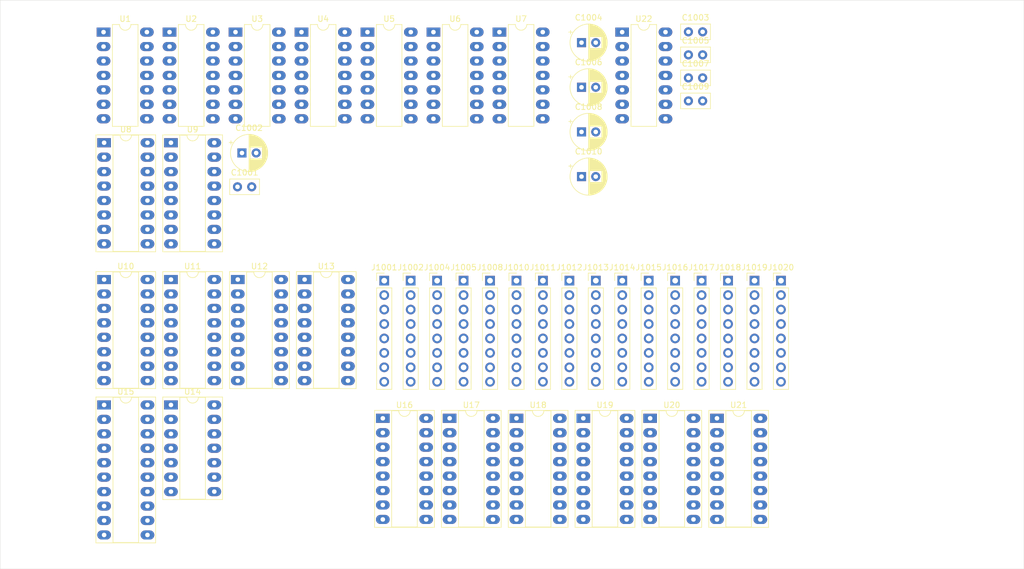
<source format=kicad_pcb>
(kicad_pcb (version 20240108) (generator "pcbnew") (generator_version "8.0")
  (layers (0 "F.Cu" signal) (31 "B.Cu" signal) (34 "B.Paste" user) (35 "F.Paste" user) (36 "B.SilkS" user "B.Silkscreen") (37 "F.SilkS" user "F.Silkscreen") (38 "B.Mask" user) (39 "F.Mask" user) (44 "Edge.Cuts" user))
  (net 0 "")
  (net 1 "+5V")
  (net 2 "GND")
  (net 3 "DB4")
  (net 4 "DB2")
  (net 5 "DB7")
  (net 6 "DB5")
  (net 7 "DB0")
  (net 8 "DB1")
  (net 9 "DB3")
  (net 10 "DB6")
  (net 11 "IB4")
  (net 12 "IB7")
  (net 13 "IB1")
  (net 14 "IB6")
  (net 15 "IB3")
  (net 16 "IB5")
  (net 17 "IB2")
  (net 18 "IB0")
  (net 19 "MISO")
  (net 20 "SCLK")
  (net 21 "~{IRQ}")
  (net 22 "~{RES_DIRTY}")
  (net 23 "FETCH")
  (net 24 "MOSI")
  (net 25 "~{RES}")
  (net 26 "RES")
  (net 27 "xM_pre")
  (net 28 "Lx_pre")
  (net 29 "xL_pre")
  (net 30 "~{SUBR}")
  (net 31 "Mx_pre")
  (net 32 "Nx_pre_clean")
  (net 33 "xW_pre")
  (net 34 "EXIT")
  (net 35 "DPH")
  (net 36 "PH1")
  (net 37 "~{PH3}")
  (net 38 "~{PH0}")
  (net 39 "PH0")
  (net 40 "~{DPH}")
  (net 41 "GETPUT")
  (net 42 "~{RCOPY}")
  (net 43 "~{TRAP}")
  (net 44 "SCROUNGE")
  (net 45 "PUT")
  (net 46 "~{CLOSE}")
  (net 47 "GET")
  (net 48 "FREE")
  (net 49 "NZFLAG_R")
  (net 50 "xA_CARRY_OUT")
  (net 51 "NZFLAG_I")
  (net 52 "PH2")
  (net 53 "IPH")
  (net 54 "~{xA_CARRY}")
  (net 55 "JUMP")
  (net 56 "ZFLAG_R")
  (net 57 "HI3")
  (net 58 "HI6")
  (net 59 "HI0")
  (net 60 "HI4")
  (net 61 "HI7")
  (net 62 "HI1")
  (net 63 "HI2")
  (net 64 "HI5")
  (net 65 "O5")
  (net 66 "O3")
  (net 67 "O4")
  (net 68 "O1")
  (net 69 "O0")
  (net 70 "O7")
  (net 71 "O2")
  (net 72 "O6")
  (net 73 "PC6")
  (net 74 "PC2")
  (net 75 "PC3")
  (net 76 "PC5")
  (net 77 "PC1")
  (net 78 "PC4")
  (net 79 "PC7")
  (net 80 "PC0")
  (net 81 "~{xM}")
  (net 82 "~{xD}")
  (net 83 "~{xI}")
  (net 84 "~{xR}")
  (net 85 "~{xS}")
  (net 86 "~{xP}")
  (net 87 "~{xL}")
  (net 88 "~{xO}")
  (net 89 "xW")
  (net 90 "xB")
  (net 91 "xJ")
  (net 92 "xE")
  (net 93 "xT")
  (net 94 "xA")
  (net 95 "xF")
  (net 96 "xC")
  (net 97 "~{Ix}")
  (net 98 "~{Mx}")
  (net 99 "~{Lx}")
  (net 100 "~{Sx}")
  (net 101 "~{Dx}")
  (net 102 "~{Px}")
  (net 103 "~{Rx}")
  (net 104 "~{Nx}")
  (net 105 "~{opc_FIX}")
  (net 106 "~{opc_PAIR}")
  (net 108 "~{opc_DIRO}")
  (net 109 "~{opc_TRAP}")
  (net 110 "~{opc_SYS}")
  (net 112 "~{opc_ALU}")
  (net 113 "~{COR}")
  (net 114 "~{SCL}")
  (net 115 "~{SSO}")
  (net 116 "~{NOP}")
  (net 117 "~{OWN}")
  (net 118 "~{SCH}")
  (net 119 "~{SSI}")
  (net 120 "~{RET}")
  (net 121 "~{GETR}")
  (net 122 "~{GETD}")
  (net 123 "~{PUTO}")
  (net 124 "~{GETO}")
  (net 125 "~{GETI}")
  (net 126 "~{PUTI}")
  (net 127 "~{PUTR}")
  (net 128 "~{PUTD}")
  (net 129 "Net-(U1-Pad6)")
  (net 130 "Net-(U1-Pad3)")
  (net 131 "Net-(U2-Pad2)")
  (net 132 "Net-(U2-Pad6)")
  (net 133 "Net-(U4A-Q)")
  (net 134 "Net-(U2-Pad11)")
  (net 135 "Net-(U8-~{LOAD})")
  (net 136 "CLOSE")
  (net 137 "Net-(U2-Pad8)")
  (net 143 "SUBR")
  (net 144 "Net-(U5-Pad3)")
  (net 145 "Net-(U15-OE)")
  (net 146 "PUTI")
  (net 147 "LFETCH")
  (net 148 "Ix")
  (net 149 "Net-(U8-UP)")
  (net 150 "Net-(U12-~{LOAD})")
  (net 151 "PH3")
  (net 155 "Net-(U8-CLR)")
  (net 156 "xI")
  (net 157 "GETI")
  (net 160 "JIN3")
  (net 161 "JIN0")
  (net 162 "Net-(U8-~{CO})")
  (net 163 "JIN1")
  (net 164 "JIN2")
  (net 166 "JIN6")
  (net 168 "JIN4")
  (net 169 "JIN5")
  (net 170 "JIN7")
  (net 172 "Net-(U10-Za)")
  (net 173 "Net-(U10-Zc)")
  (net 174 "Net-(U10-Zb)")
  (net 175 "Net-(U10-Zd)")
  (net 176 "Net-(U11-Zb)")
  (net 177 "Net-(U11-Za)")
  (net 178 "Net-(U11-Zd)")
  (net 179 "Net-(U11-Zc)")
  (net 180 "I3")
  (net 181 "I2")
  (net 182 "/I Register/~{COI}")
  (net 183 "~{xW}")
  (net 184 "I1")
  (net 185 "/I Register/~{BOI}")
  (net 186 "I0")
  (net 187 "I5")
  (net 189 "I6")
  (net 191 "I4")
  (net 192 "I7")
  (net 196 "/I Register/CLOSE")
  (net 197 "Net-(U16-S3)")
  (net 198 "Net-(U16-C4)")
  (net 199 "Net-(U16-S2)")
  (net 200 "Net-(U16-S4)")
  (net 201 "Net-(U16-S1)")
  (net 203 "Net-(U17-S4)")
  (net 204 "Net-(U17-S1)")
  (net 205 "Net-(U17-S3)")
  (net 206 "Net-(U17-S2)")
  (net 207 "Net-(U18-Zd)")
  (net 208 "Net-(U18-Zc)")
  (net 209 "Net-(U18-Zb)")
  (net 210 "Net-(U18-Za)")
  (net 211 "Net-(U19-Zb)")
  (net 212 "Net-(U19-Za)")
  (net 213 "Net-(U19-Zd)")
  (net 214 "Net-(U19-Zc)")
  (footprint "Connector_PinHeader_2.54mm:PinHeader_1x08_P2.54mm_Vertical" (layer "F.Cu") (at 165.63 89.42)
    (property "Reference" "J1018" (at 0 -2.33 0) (layer "F.SilkS"))
    (property "Value" "Conn_01x08_Pin")
    (pad "1" thru_hole rect (at 0 0) (size 1.7 1.7) (drill 1) (layers "*.Cu" "*.Mask") (net 110 "~{opc_SYS}"))
    (pad "2" thru_hole oval (at 0 2.54) (size 1.7 1.7) (drill 1) (layers "*.Cu" "*.Mask") (net 105 "~{opc_FIX}"))
    (pad "3" thru_hole oval (at 0 5.08) (size 1.7 1.7) (drill 1) (layers "*.Cu" "*.Mask") (net 112 "~{opc_ALU}"))
    (pad "4" thru_hole oval (at 0 7.62) (size 1.7 1.7) (drill 1) (layers "*.Cu" "*.Mask") (net 109 "~{opc_TRAP}"))
    (pad "5" thru_hole oval (at 0 10.16) (size 1.7 1.7) (drill 1) (layers "*.Cu" "*.Mask") (net 108 "~{opc_DIRO}"))
    (pad "6" thru_hole oval (at 0 12.7) (size 1.7 1.7) (drill 1) (layers "*.Cu" "*.Mask") (net 106 "~{opc_PAIR}"))
    (pad "7" thru_hole oval (at 0 15.24) (size 1.7 1.7) (drill 1) (layers "*.Cu" "*.Mask"))
    (pad "8" thru_hole oval (at 0 17.78) (size 1.7 1.7) (drill 1) (layers "*.Cu" "*.Mask"))
  )
  (footprint "Capacitor_THT:CP_Radial_D6.3mm_P2.50mm" (layer "F.Cu") (at 139.865241 63.27)
    (property "Reference" "C1008" (at 1.25 -4.4 0) (layer "F.SilkS"))
    (property "Value" "CP 10μF")
    (pad "1" thru_hole rect (at 0 0) (size 1.6 1.6) (drill 0.8) (layers "*.Cu" "*.Mask") (net 1 "+5V"))
    (pad "2" thru_hole circle (at 2.5 0) (size 1.6 1.6) (drill 0.8) (layers "*.Cu" "*.Mask") (net 2 "GND"))
  )
  (footprint "Capacitor_THT:CP_Radial_D6.3mm_P2.50mm" (layer "F.Cu") (at 139.865241 71.12)
    (property "Reference" "C1010" (at 1.25 -4.4 0) (layer "F.SilkS"))
    (property "Value" "CP 10μF")
    (pad "1" thru_hole rect (at 0 0) (size 1.6 1.6) (drill 0.8) (layers "*.Cu" "*.Mask") (net 1 "+5V"))
    (pad "2" thru_hole circle (at 2.5 0) (size 1.6 1.6) (drill 0.8) (layers "*.Cu" "*.Mask") (net 2 "GND"))
  )
  (footprint "Connector_PinHeader_2.54mm:PinHeader_1x08_P2.54mm_Vertical" (layer "F.Cu") (at 105.18 89.42)
    (property "Reference" "J1001" (at 0 -2.33 0) (layer "F.SilkS"))
    (property "Value" "Conn_01x08_Pin")
    (pad "1" thru_hole rect (at 0 0) (size 1.7 1.7) (drill 1) (layers "*.Cu" "*.Mask") (net 7 "DB0"))
    (pad "2" thru_hole oval (at 0 2.54) (size 1.7 1.7) (drill 1) (layers "*.Cu" "*.Mask") (net 8 "DB1"))
    (pad "3" thru_hole oval (at 0 5.08) (size 1.7 1.7) (drill 1) (layers "*.Cu" "*.Mask") (net 4 "DB2"))
    (pad "4" thru_hole oval (at 0 7.62) (size 1.7 1.7) (drill 1) (layers "*.Cu" "*.Mask") (net 9 "DB3"))
    (pad "5" thru_hole oval (at 0 10.16) (size 1.7 1.7) (drill 1) (layers "*.Cu" "*.Mask") (net 3 "DB4"))
    (pad "6" thru_hole oval (at 0 12.7) (size 1.7 1.7) (drill 1) (layers "*.Cu" "*.Mask") (net 6 "DB5"))
    (pad "7" thru_hole oval (at 0 15.24) (size 1.7 1.7) (drill 1) (layers "*.Cu" "*.Mask") (net 10 "DB6"))
    (pad "8" thru_hole oval (at 0 17.78) (size 1.7 1.7) (drill 1) (layers "*.Cu" "*.Mask") (net 5 "DB7"))
  )
  (footprint "Package_DIP:DIP-14_W7.62mm_Socket_LongPads" (layer "F.Cu") (at 67.68 111.27)
    (property "Reference" "U14" (at 3.81 -2.33 0) (layer "F.SilkS"))
    (property "Value" "4078")
    (pad "1" thru_hole rect (at 0 0) (size 2.4 1.6) (drill 0.8) (layers "*.Cu" "*.Mask") (net 51 "NZFLAG_I"))
    (pad "2" thru_hole oval (at 0 2.54) (size 2.4 1.6) (drill 0.8) (layers "*.Cu" "*.Mask") (net 186 "I0"))
    (pad "3" thru_hole oval (at 0 5.08) (size 2.4 1.6) (drill 0.8) (layers "*.Cu" "*.Mask") (net 184 "I1"))
    (pad "4" thru_hole oval (at 0 7.62) (size 2.4 1.6) (drill 0.8) (layers "*.Cu" "*.Mask") (net 181 "I2"))
    (pad "5" thru_hole oval (at 0 10.16) (size 2.4 1.6) (drill 0.8) (layers "*.Cu" "*.Mask") (net 180 "I3"))
    (pad "6" thru_hole oval (at 0 12.7) (size 2.4 1.6) (drill 0.8) (layers "*.Cu" "*.Mask"))
    (pad "7" thru_hole oval (at 0 15.24) (size 2.4 1.6) (drill 0.8) (layers "*.Cu" "*.Mask") (net 2 "GND"))
    (pad "8" thru_hole oval (at 7.62 15.24) (size 2.4 1.6) (drill 0.8) (layers "*.Cu" "*.Mask"))
    (pad "9" thru_hole oval (at 7.62 12.7) (size 2.4 1.6) (drill 0.8) (layers "*.Cu" "*.Mask") (net 191 "I4"))
    (pad "10" thru_hole oval (at 7.62 10.16) (size 2.4 1.6) (drill 0.8) (layers "*.Cu" "*.Mask") (net 187 "I5"))
    (pad "11" thru_hole oval (at 7.62 7.62) (size 2.4 1.6) (drill 0.8) (layers "*.Cu" "*.Mask") (net 189 "I6"))
    (pad "12" thru_hole oval (at 7.62 5.08) (size 2.4 1.6) (drill 0.8) (layers "*.Cu" "*.Mask") (net 192 "I7"))
    (pad "13" thru_hole oval (at 7.62 2.54) (size 2.4 1.6) (drill 0.8) (layers "*.Cu" "*.Mask"))
    (pad "14" thru_hole oval (at 7.62 0) (size 2.4 1.6) (drill 0.8) (layers "*.Cu" "*.Mask") (net 1 "+5V"))
  )
  (footprint "Package_DIP:DIP-16_W7.62mm_Socket_LongPads" (layer "F.Cu") (at 104.93 113.62)
    (property "Reference" "U16" (at 3.81 -2.33 0) (layer "F.SilkS"))
    (property "Value" "74HC283")
    (pad "1" thru_hole rect (at 0 0) (size 2.4 1.6) (drill 0.8) (layers "*.Cu" "*.Mask") (net 199 "Net-(U16-S2)"))
    (pad "2" thru_hole oval (at 0 2.54) (size 2.4 1.6) (drill 0.8) (layers "*.Cu" "*.Mask") (net 184 "I1"))
    (pad "3" thru_hole oval (at 0 5.08) (size 2.4 1.6) (drill 0.8) (layers "*.Cu" "*.Mask") (net 8 "DB1"))
    (pad "4" thru_hole oval (at 0 7.62) (size 2.4 1.6) (drill 0.8) (layers "*.Cu" "*.Mask") (net 201 "Net-(U16-S1)"))
    (pad "5" thru_hole oval (at 0 10.16) (size 2.4 1.6) (drill 0.8) (layers "*.Cu" "*.Mask") (net 7 "DB0"))
    (pad "6" thru_hole oval (at 0 12.7) (size 2.4 1.6) (drill 0.8) (layers "*.Cu" "*.Mask") (net 186 "I0"))
    (pad "7" thru_hole oval (at 0 15.24) (size 2.4 1.6) (drill 0.8) (layers "*.Cu" "*.Mask") (net 2 "GND"))
    (pad "8" thru_hole oval (at 0 17.78) (size 2.4 1.6) (drill 0.8) (layers "*.Cu" "*.Mask") (net 2 "GND"))
    (pad "9" thru_hole oval (at 7.62 17.78) (size 2.4 1.6) (drill 0.8) (layers "*.Cu" "*.Mask") (net 198 "Net-(U16-C4)"))
    (pad "10" thru_hole oval (at 7.62 15.24) (size 2.4 1.6) (drill 0.8) (layers "*.Cu" "*.Mask") (net 200 "Net-(U16-S4)"))
    (pad "11" thru_hole oval (at 7.62 12.7) (size 2.4 1.6) (drill 0.8) (layers "*.Cu" "*.Mask") (net 180 "I3"))
    (pad "12" thru_hole oval (at 7.62 10.16) (size 2.4 1.6) (drill 0.8) (layers "*.Cu" "*.Mask") (net 9 "DB3"))
    (pad "13" thru_hole oval (at 7.62 7.62) (size 2.4 1.6) (drill 0.8) (layers "*.Cu" "*.Mask") (net 197 "Net-(U16-S3)"))
    (pad "14" thru_hole oval (at 7.62 5.08) (size 2.4 1.6) (drill 0.8) (layers "*.Cu" "*.Mask") (net 4 "DB2"))
    (pad "15" thru_hole oval (at 7.62 2.54) (size 2.4 1.6) (drill 0.8) (layers "*.Cu" "*.Mask") (net 181 "I2"))
    (pad "16" thru_hole oval (at 7.62 0) (size 2.4 1.6) (drill 0.8) (layers "*.Cu" "*.Mask") (net 1 "+5V"))
  )
  (footprint "Package_DIP:DIP-20_W7.62mm_Socket_LongPads" (layer "F.Cu") (at 55.93 111.27)
    (property "Reference" "U15" (at 3.81 -2.33 0) (layer "F.SilkS"))
    (property "Value" "74AHC574")
    (pad "1" thru_hole rect (at 0 0) (size 2.4 1.6) (drill 0.8) (layers "*.Cu" "*.Mask") (net 145 "Net-(U15-OE)"))
    (pad "2" thru_hole oval (at 0 2.54) (size 2.4 1.6) (drill 0.8) (layers "*.Cu" "*.Mask") (net 186 "I0"))
    (pad "3" thru_hole oval (at 0 5.08) (size 2.4 1.6) (drill 0.8) (layers "*.Cu" "*.Mask") (net 184 "I1"))
    (pad "4" thru_hole oval (at 0 7.62) (size 2.4 1.6) (drill 0.8) (layers "*.Cu" "*.Mask") (net 181 "I2"))
    (pad "5" thru_hole oval (at 0 10.16) (size 2.4 1.6) (drill 0.8) (layers "*.Cu" "*.Mask") (net 180 "I3"))
    (pad "6" thru_hole oval (at 0 12.7) (size 2.4 1.6) (drill 0.8) (layers "*.Cu" "*.Mask") (net 191 "I4"))
    (pad "7" thru_hole oval (at 0 15.24) (size 2.4 1.6) (drill 0.8) (layers "*.Cu" "*.Mask") (net 187 "I5"))
    (pad "8" thru_hole oval (at 0 17.78) (size 2.4 1.6) (drill 0.8) (layers "*.Cu" "*.Mask") (net 189 "I6"))
    (pad "9" thru_hole oval (at 0 20.32) (size 2.4 1.6) (drill 0.8) (layers "*.Cu" "*.Mask") (net 192 "I7"))
    (pad "10" thru_hole oval (at 0 22.86) (size 2.4 1.6) (drill 0.8) (layers "*.Cu" "*.Mask") (net 2 "GND"))
    (pad "11" thru_hole oval (at 7.62 22.86) (size 2.4 1.6) (drill 0.8) (layers "*.Cu" "*.Mask") (net 196 "/I Register/CLOSE"))
    (pad "12" thru_hole oval (at 7.62 20.32) (size 2.4 1.6) (drill 0.8) (layers "*.Cu" "*.Mask") (net 5 "DB7"))
    (pad "13" thru_hole oval (at 7.62 17.78) (size 2.4 1.6) (drill 0.8) (layers "*.Cu" "*.Mask") (net 10 "DB6"))
    (pad "14" thru_hole oval (at 7.62 15.24) (size 2.4 1.6) (drill 0.8) (layers "*.Cu" "*.Mask") (net 6 "DB5"))
    (pad "15" thru_hole oval (at 7.62 12.7) (size 2.4 1.6) (drill 0.8) (layers "*.Cu" "*.Mask") (net 3 "DB4"))
    (pad "16" thru_hole oval (at 7.62 10.16) (size 2.4 1.6) (drill 0.8) (layers "*.Cu" "*.Mask") (net 9 "DB3"))
    (pad "17" thru_hole oval (at 7.62 7.62) (size 2.4 1.6) (drill 0.8) (layers "*.Cu" "*.Mask") (net 4 "DB2"))
    (pad "18" thru_hole oval (at 7.62 5.08) (size 2.4 1.6) (drill 0.8) (layers "*.Cu" "*.Mask") (net 8 "DB1"))
    (pad "19" thru_hole oval (at 7.62 2.54) (size 2.4 1.6) (drill 0.8) (layers "*.Cu" "*.Mask") (net 7 "DB0"))
    (pad "20" thru_hole oval (at 7.62 0) (size 2.4 1.6) (drill 0.8) (layers "*.Cu" "*.Mask") (net 1 "+5V"))
  )
  (footprint "Connector_PinHeader_2.54mm:PinHeader_1x08_P2.54mm_Vertical" (layer "F.Cu") (at 114.48 89.42)
    (property "Reference" "J1004" (at 0 -2.33 0) (layer "F.SilkS"))
    (property "Value" "Conn_01x08_Pin")
    (pad "1" thru_hole rect (at 0 0) (size 1.7 1.7) (drill 1) (layers "*.Cu" "*.Mask") (net 21 "~{IRQ}"))
    (pad "2" thru_hole oval (at 0 2.54) (size 1.7 1.7) (drill 1) (layers "*.Cu" "*.Mask") (net 26 "RES"))
    (pad "3" thru_hole oval (at 0 5.08) (size 1.7 1.7) (drill 1) (layers "*.Cu" "*.Mask") (net 20 "SCLK"))
    (pad "4" thru_hole oval (at 0 7.62) (size 1.7 1.7) (drill 1) (layers "*.Cu" "*.Mask") (net 25 "~{RES}"))
    (pad "5" thru_hole oval (at 0 10.16) (size 1.7 1.7) (drill 1) (layers "*.Cu" "*.Mask") (net 19 "MISO"))
    (pad "6" thru_hole oval (at 0 12.7) (size 1.7 1.7) (drill 1) (layers "*.Cu" "*.Mask") (net 24 "MOSI"))
    (pad "7" thru_hole oval (at 0 15.24) (size 1.7 1.7) (drill 1) (layers "*.Cu" "*.Mask") (net 23 "FETCH"))
    (pad "8" thru_hole oval (at 0 17.78) (size 1.7 1.7) (drill 1) (layers "*.Cu" "*.Mask") (net 22 "~{RES_DIRTY}"))
  )
  (footprint "Package_DIP:DIP-14_W7.62mm_LongPads" (layer "F.Cu") (at 67.43 45.72)
    (property "Reference" "U2" (at 3.81 -2.33 0) (layer "F.SilkS"))
    (property "Value" "74LS08")
    (pad "1" thru_hole rect (at 0 0) (size 2.4 1.6) (drill 0.8) (layers "*.Cu" "*.Mask") (net 113 "~{COR}"))
    (pad "2" thru_hole oval (at 0 2.54) (size 2.4 1.6) (drill 0.8) (layers "*.Cu" "*.Mask") (net 131 "Net-(U2-Pad2)"))
    (pad "3" thru_hole oval (at 0 5.08) (size 2.4 1.6) (drill 0.8) (layers "*.Cu" "*.Mask") (net 135 "Net-(U8-~{LOAD})"))
    (pad "4" thru_hole oval (at 0 7.62) (size 2.4 1.6) (drill 0.8) (layers "*.Cu" "*.Mask") (net 136 "CLOSE"))
    (pad "5" thru_hole oval (at 0 10.16) (size 2.4 1.6) (drill 0.8) (layers "*.Cu" "*.Mask") (net 133 "Net-(U4A-Q)"))
    (pad "6" thru_hole oval (at 0 12.7) (size 2.4 1.6) (drill 0.8) (layers "*.Cu" "*.Mask") (net 132 "Net-(U2-Pad6)"))
    (pad "7" thru_hole oval (at 0 15.24) (size 2.4 1.6) (drill 0.8) (layers "*.Cu" "*.Mask"))
    (pad "8" thru_hole oval (at 7.62 15.24) (size 2.4 1.6) (drill 0.8) (layers "*.Cu" "*.Mask") (net 137 "Net-(U2-Pad8)"))
    (pad "9" thru_hole oval (at 7.62 12.7) (size 2.4 1.6) (drill 0.8) (layers "*.Cu" "*.Mask") (net 56 "ZFLAG_R"))
    (pad "10" thru_hole oval (at 7.62 10.16) (size 2.4 1.6) (drill 0.8) (layers "*.Cu" "*.Mask") (net 95 "xF"))
    (pad "11" thru_hole oval (at 7.62 7.62) (size 2.4 1.6) (drill 0.8) (layers "*.Cu" "*.Mask") (net 134 "Net-(U2-Pad11)"))
    (pad "12" thru_hole oval (at 7.62 5.08) (size 2.4 1.6) (drill 0.8) (layers "*.Cu" "*.Mask") (net 90 "xB"))
    (pad "13" thru_hole oval (at 7.62 2.54) (size 2.4 1.6) (drill 0.8) (layers "*.Cu" "*.Mask") (net 55 "JUMP"))
    (pad "14" thru_hole oval (at 7.62 0) (size 2.4 1.6) (drill 0.8) (layers "*.Cu" "*.Mask"))
  )
  (footprint "Package_DIP:DIP-14_W7.62mm_LongPads" (layer "F.Cu") (at 113.83 45.72)
    (property "Reference" "U6" (at 3.81 -2.33 0) (layer "F.SilkS"))
    (property "Value" "74HC00")
    (pad "1" thru_hole rect (at 0 0) (size 2.4 1.6) (drill 0.8) (layers "*.Cu" "*.Mask") (net 134 "Net-(U2-Pad11)"))
    (pad "2" thru_hole oval (at 0 2.54) (size 2.4 1.6) (drill 0.8) (layers "*.Cu" "*.Mask") (net 151 "PH3"))
    (pad "3" thru_hole oval (at 0 5.08) (size 2.4 1.6) (drill 0.8) (layers "*.Cu" "*.Mask") (net 131 "Net-(U2-Pad2)"))
    (pad "4" thru_hole oval (at 0 7.62) (size 2.4 1.6) (drill 0.8) (layers "*.Cu" "*.Mask") (net 2 "GND"))
    (pad "5" thru_hole oval (at 0 10.16) (size 2.4 1.6) (drill 0.8) (layers "*.Cu" "*.Mask") (net 2 "GND"))
    (pad "6" thru_hole oval (at 0 12.7) (size 2.4 1.6) (drill 0.8) (layers "*.Cu" "*.Mask"))
    (pad "7" thru_hole oval (at 0 15.24) (size 2.4 1.6) (drill 0.8) (layers "*.Cu" "*.Mask") (net 2 "GND"))
    (pad "8" thru_hole oval (at 7.62 15.24) (size 2.4 1.6) (drill 0.8) (layers "*.Cu" "*.Mask"))
    (pad "9" thru_hole oval (at 7.62 12.7) (size 2.4 1.6) (drill 0.8) (layers "*.Cu" "*.Mask") (net 2 "GND"))
    (pad "10" thru_hole oval (at 7.62 10.16) (size 2.4 1.6) (drill 0.8) (layers "*.Cu" "*.Mask") (net 2 "GND"))
    (pad "11" thru_hole oval (at 7.62 7.62) (size 2.4 1.6) (drill 0.8) (layers "*.Cu" "*.Mask"))
    (pad "12" thru_hole oval (at 7.62 5.08) (size 2.4 1.6) (drill 0.8) (layers "*.Cu" "*.Mask") (net 2 "GND"))
    (pad "13" thru_hole oval (at 7.62 2.54) (size 2.4 1.6) (drill 0.8) (layers "*.Cu" "*.Mask") (net 2 "GND"))
    (pad "14" thru_hole oval (at 7.62 0) (size 2.4 1.6) (drill 0.8) (layers "*.Cu" "*.Mask") (net 1 "+5V"))
  )
  (footprint "Package_DIP:DIP-14_W7.62mm_LongPads" (layer "F.Cu") (at 55.83 45.72)
    (property "Reference" "U1" (at 3.81 -2.33 0) (layer "F.SilkS"))
    (property "Value" "74LS08")
    (pad "1" thru_hole rect (at 0 0) (size 2.4 1.6) (drill 0.8) (layers "*.Cu" "*.Mask") (net 51 "NZFLAG_I"))
    (pad "2" thru_hole oval (at 0 2.54) (size 2.4 1.6) (drill 0.8) (layers "*.Cu" "*.Mask") (net 33 "xW_pre"))
    (pad "3" thru_hole oval (at 0 5.08) (size 2.4 1.6) (drill 0.8) (layers "*.Cu" "*.Mask") (net 130 "Net-(U1-Pad3)"))
    (pad "4" thru_hole oval (at 0 7.62) (size 2.4 1.6) (drill 0.8) (layers "*.Cu" "*.Mask") (net 49 "NZFLAG_R"))
    (pad "5" thru_hole oval (at 0 10.16) (size 2.4 1.6) (drill 0.8) (layers "*.Cu" "*.Mask") (net 93 "xT"))
    (pad "6" thru_hole oval (at 0 12.7) (size 2.4 1.6) (drill 0.8) (layers "*.Cu" "*.Mask") (net 129 "Net-(U1-Pad6)"))
    (pad "7" thru_hole oval (at 0 15.24) (size 2.4 1.6) (drill 0.8) (layers "*.Cu" "*.Mask") (net 2 "GND"))
    (pad "8" thru_hole oval (at 7.62 15.24) (size 2.4 1.6) (drill 0.8) (layers "*.Cu" "*.Mask"))
    (pad "9" thru_hole oval (at 7.62 12.7) (size 2.4 1.6) (drill 0.8) (layers "*.Cu" "*.Mask"))
    (pad "10" thru_hole oval (at 7.62 10.16) (size 2.4 1.6) (drill 0.8) (layers "*.Cu" "*.Mask"))
    (pad "11" thru_hole oval (at 7.62 7.62) (size 2.4 1.6) (drill 0.8) (layers "*.Cu" "*.Mask"))
    (pad "12" thru_hole oval (at 7.62 5.08) (size 2.4 1.6) (drill 0.8) (layers "*.Cu" "*.Mask"))
    (pad "13" thru_hole oval (at 7.62 2.54) (size 2.4 1.6) (drill 0.8) (layers "*.Cu" "*.Mask"))
    (pad "14" thru_hole oval (at 7.62 0) (size 2.4 1.6) (drill 0.8) (layers "*.Cu" "*.Mask") (net 1 "+5V"))
  )
  (footprint "Package_DIP:DIP-16_W7.62mm_Socket_LongPads" (layer "F.Cu") (at 67.68 65.17)
    (property "Reference" "U9" (at 3.81 -2.33 0) (layer "F.SilkS"))
    (property "Value" "74HC193")
    (pad "1" thru_hole rect (at 0 0) (size 2.4 1.6) (drill 0.8) (layers "*.Cu" "*.Mask") (net 169 "JIN5"))
    (pad "2" thru_hole oval (at 0 2.54) (size 2.4 1.6) (drill 0.8) (layers "*.Cu" "*.Mask") (net 76 "PC5"))
    (pad "3" thru_hole oval (at 0 5.08) (size 2.4 1.6) (drill 0.8) (layers "*.Cu" "*.Mask") (net 78 "PC4"))
    (pad "4" thru_hole oval (at 0 7.62) (size 2.4 1.6) (drill 0.8) (layers "*.Cu" "*.Mask") (net 1 "+5V"))
    (pad "5" thru_hole oval (at 0 10.16) (size 2.4 1.6) (drill 0.8) (layers "*.Cu" "*.Mask") (net 162 "Net-(U8-~{CO})"))
    (pad "6" thru_hole oval (at 0 12.7) (size 2.4 1.6) (drill 0.8) (layers "*.Cu" "*.Mask") (net 73 "PC6"))
    (pad "7" thru_hole oval (at 0 15.24) (size 2.4 1.6) (drill 0.8) (layers "*.Cu" "*.Mask") (net 79 "PC7"))
    (pad "8" thru_hole oval (at 0 17.78) (size 2.4 1.6) (drill 0.8) (layers "*.Cu" "*.Mask") (net 2 "GND"))
    (pad "9" thru_hole oval (at 7.62 17.78) (size 2.4 1.6) (drill 0.8) (layers "*.Cu" "*.Mask") (net 170 "JIN7"))
    (pad "10" thru_hole oval (at 7.62 15.24) (size 2.4 1.6) (drill 0.8) (layers "*.Cu" "*.Mask") (net 166 "JIN6"))
    (pad "11" thru_hole oval (at 7.62 12.7) (size 2.4 1.6) (drill 0.8) (layers "*.Cu" "*.Mask") (net 135 "Net-(U8-~{LOAD})"))
    (pad "12" thru_hole oval (at 7.62 10.16) (size 2.4 1.6) (drill 0.8) (layers "*.Cu" "*.Mask"))
    (pad "13" thru_hole oval (at 7.62 7.62) (size 2.4 1.6) (drill 0.8) (layers "*.Cu" "*.Mask"))
    (pad "14" thru_hole oval (at 7.62 5.08) (size 2.4 1.6) (drill 0.8) (layers "*.Cu" "*.Mask") (net 155 "Net-(U8-CLR)"))
    (pad "15" thru_hole oval (at 7.62 2.54) (size 2.4 1.6) (drill 0.8) (layers "*.Cu" "*.Mask") (net 168 "JIN4"))
    (pad "16" thru_hole oval (at 7.62 0) (size 2.4 1.6) (drill 0.8) (layers "*.Cu" "*.Mask") (net 1 "+5V"))
  )
  (footprint "Capacitor_THT:C_Disc_D5.0mm_W2.5mm_P2.50mm" (layer "F.Cu") (at 158.66 49.72)
    (property "Reference" "C1005" (at 1.25 -2.5 0) (layer "F.SilkS"))
    (property "Value" "C 100nF")
    (pad "1" thru_hole circle (at 0 0) (size 1.6 1.6) (drill 0.8) (layers "*.Cu" "*.Mask") (net 1 "+5V"))
    (pad "2" thru_hole circle (at 2.5 0) (size 1.6 1.6) (drill 0.8) (layers "*.Cu" "*.Mask") (net 2 "GND"))
  )
  (footprint "Connector_PinHeader_2.54mm:PinHeader_1x08_P2.54mm_Vertical" (layer "F.Cu") (at 119.13 89.42)
    (property "Reference" "J1005" (at 0 -2.33 0) (layer "F.SilkS"))
    (property "Value" "Conn_01x08_Pin")
    (pad "1" thru_hole rect (at 0 0) (size 1.7 1.7) (drill 1) (layers "*.Cu" "*.Mask") (net 34 "EXIT"))
    (pad "2" thru_hole oval (at 0 2.54) (size 1.7 1.7) (drill 1) (layers "*.Cu" "*.Mask") (net 30 "~{SUBR}"))
    (pad "3" thru_hole oval (at 0 5.08) (size 1.7 1.7) (drill 1) (layers "*.Cu" "*.Mask") (net 29 "xL_pre"))
    (pad "4" thru_hole oval (at 0 7.62) (size 1.7 1.7) (drill 1) (layers "*.Cu" "*.Mask") (net 28 "Lx_pre"))
    (pad "5" thru_hole oval (at 0 10.16) (size 1.7 1.7) (drill 1) (layers "*.Cu" "*.Mask") (net 32 "Nx_pre_clean"))
    (pad "6" thru_hole oval (at 0 12.7) (size 1.7 1.7) (drill 1) (layers "*.Cu" "*.Mask") (net 27 "xM_pre"))
    (pad "7" thru_hole oval (at 0 15.24) (size 1.7 1.7) (drill 1) (layers "*.Cu" "*.Mask") (net 31 "Mx_pre"))
    (pad "8" thru_hole oval (at 0 17.78) (size 1.7 1.7) (drill 1) (layers "*.Cu" "*.Mask") (net 33 "xW_pre"))
  )
  (footprint "Connector_PinHeader_2.54mm:PinHeader_1x08_P2.54mm_Vertical" (layer "F.Cu") (at 137.73 89.42)
    (property "Reference" "J1012" (at 0 -2.33 0) (layer "F.SilkS"))
    (property "Value" "Conn_01x08_Pin")
    (pad "1" thru_hole rect (at 0 0) (size 1.7 1.7) (drill 1) (layers "*.Cu" "*.Mask") (net 59 "HI0"))
    (pad "2" thru_hole oval (at 0 2.54) (size 1.7 1.7) (drill 1) (layers "*.Cu" "*.Mask") (net 62 "HI1"))
    (pad "3" thru_hole oval (at 0 5.08) (size 1.7 1.7) (drill 1) (layers "*.Cu" "*.Mask") (net 63 "HI2"))
    (pad "4" thru_hole oval (at 0 7.62) (size 1.7 1.7) (drill 1) (layers "*.Cu" "*.Mask") (net 57 "HI3"))
    (pad "5" thru_hole oval (at 0 10.16) (size 1.7 1.7) (drill 1) (layers "*.Cu" "*.Mask") (net 60 "HI4"))
    (pad "6" thru_hole oval (at 0 12.7) (size 1.7 1.7) (drill 1) (layers "*.Cu" "*.Mask") (net 64 "HI5"))
    (pad "7" thru_hole oval (at 0 15.24) (size 1.7 1.7) (drill 1) (layers "*.Cu" "*.Mask") (net 58 "HI6"))
    (pad "8" thru_hole oval (at 0 17.78) (size 1.7 1.7) (drill 1) (layers "*.Cu" "*.Mask") (net 61 "HI7"))
  )
  (footprint "Connector_PinHeader_2.54mm:PinHeader_1x08_P2.54mm_Vertical" (layer "F.Cu") (at 128.43 89.42)
    (property "Reference" "J1010" (at 0 -2.33 0) (layer "F.SilkS"))
    (property "Value" "Conn_01x08_Pin")
    (pad "1" thru_hole rect (at 0 0) (size 1.7 1.7) (drill 1) (layers "*.Cu" "*.Mask") (net 46 "~{CLOSE}"))
    (pad "2" thru_hole oval (at 0 2.54) (size 1.7 1.7) (drill 1) (layers "*.Cu" "*.Mask") (net 48 "FREE"))
    (pad "3" thru_hole oval (at 0 5.08) (size 1.7 1.7) (drill 1) (layers "*.Cu" "*.Mask") (net 42 "~{RCOPY}"))
    (pad "4" thru_hole oval (at 0 7.62) (size 1.7 1.7) (drill 1) (layers "*.Cu" "*.Mask") (net 44 "SCROUNGE"))
    (pad "5" thru_hole oval (at 0 10.16) (size 1.7 1.7) (drill 1) (layers "*.Cu" "*.Mask") (net 43 "~{TRAP}"))
    (pad "6" thru_hole oval (at 0 12.7) (size 1.7 1.7) (drill 1) (layers "*.Cu" "*.Mask") (net 47 "GET"))
    (pad "7" thru_hole oval (at 0 15.24) (size 1.7 1.7) (drill 1) (layers "*.Cu" "*.Mask") (net 45 "PUT"))
    (pad "8" thru_hole oval (at 0 17.78) (size 1.7 1.7) (drill 1) (layers "*.Cu" "*.Mask") (net 41 "GETPUT"))
  )
  (footprint "Connector_PinHeader_2.54mm:PinHeader_1x08_P2.54mm_Vertical" (layer "F.Cu") (at 142.38 89.42)
    (property "Reference" "J1013" (at 0 -2.33 0) (layer "F.SilkS"))
    (property "Value" "Conn_01x08_Pin")
    (pad "1" thru_hole rect (at 0 0) (size 1.7 1.7) (drill 1) (layers "*.Cu" "*.Mask") (net 69 "O0"))
    (pad "2" thru_hole oval (at 0 2.54) (size 1.7 1.7) (drill 1) (layers "*.Cu" "*.Mask") (net 68 "O1"))
    (pad "3" thru_hole oval (at 0 5.08) (size 1.7 1.7) (drill 1) (layers "*.Cu" "*.Mask") (net 71 "O2"))
    (pad "4" thru_hole oval (at 0 7.62) (size 1.7 1.7) (drill 1) (layers "*.Cu" "*.Mask") (net 66 "O3"))
    (pad "5" thru_hole oval (at 0 10.16) (size 1.7 1.7) (drill 1) (layers "*.Cu" "*.Mask") (net 67 "O4"))
    (pad "6" thru_hole oval (at 0 12.7) (size 1.7 1.7) (drill 1) (layers "*.Cu" "*.Mask") (net 65 "O5"))
    (pad "7" thru_hole oval (at 0 15.24) (size 1.7 1.7) (drill 1) (layers "*.Cu" "*.Mask") (net 72 "O6"))
    (pad "8" thru_hole oval (at 0 17.78) (size 1.7 1.7) (drill 1) (layers "*.Cu" "*.Mask") (net 70 "O7"))
  )
  (footprint "Capacitor_THT:C_Disc_D5.0mm_W2.5mm_P2.50mm" (layer "F.Cu") (at 79.38 72.92)
    (property "Reference" "C1001" (at 1.25 -2.5 0) (layer "F.SilkS"))
    (property "Value" "C 100nF")
    (pad "1" thru_hole circle (at 0 0) (size 1.6 1.6) (drill 0.8) (layers "*.Cu" "*.Mask") (net 1 "+5V"))
    (pad "2" thru_hole circle (at 2.5 0) (size 1.6 1.6) (drill 0.8) (layers "*.Cu" "*.Mask") (net 2 "GND"))
  )
  (footprint "Capacitor_THT:C_Disc_D5.0mm_W2.5mm_P2.50mm" (layer "F.Cu") (at 158.66 45.67)
    (property "Reference" "C1003" (at 1.25 -2.5 0) (layer "F.SilkS"))
    (property "Value" "C 100nF")
    (pad "1" thru_hole circle (at 0 0) (size 1.6 1.6) (drill 0.8) (layers "*.Cu" "*.Mask") (net 1 "+5V"))
    (pad "2" thru_hole circle (at 2.5 0) (size 1.6 1.6) (drill 0.8) (layers "*.Cu" "*.Mask") (net 2 "GND"))
  )
  (footprint "Package_DIP:DIP-14_W7.62mm_LongPads" (layer "F.Cu") (at 125.43 45.72)
    (property "Reference" "U7" (at 3.81 -2.33 0) (layer "F.SilkS"))
    (property "Value" "74LS32")
    (pad "1" thru_hole rect (at 0 0) (size 2.4 1.6) (drill 0.8) (layers "*.Cu" "*.Mask") (net 156 "xI"))
    (pad "2" thru_hole oval (at 0 2.54) (size 2.4 1.6) (drill 0.8) (layers "*.Cu" "*.Mask") (net 157 "GETI"))
    (pad "3" thru_hole oval (at 0 5.08) (size 2.4 1.6) (drill 0.8) (layers "*.Cu" "*.Mask") (net 144 "Net-(U5-Pad3)"))
    (pad "4" thru_hole oval (at 0 7.62) (size 2.4 1.6) (drill 0.8) (layers "*.Cu" "*.Mask") (net 132 "Net-(U2-Pad6)"))
    (pad "5" thru_hole oval (at 0 10.16) (size 2.4 1.6) (drill 0.8) (layers "*.Cu" "*.Mask") (net 26 "RES"))
    (pad "6" thru_hole oval (at 0 12.7) (size 2.4 1.6) (drill 0.8) (layers "*.Cu" "*.Mask") (net 155 "Net-(U8-CLR)"))
    (pad "7" thru_hole oval (at 0 15.24) (size 2.4 1.6) (drill 0.8) (layers "*.Cu" "*.Mask") (net 2 "GND"))
    (pad "8" thru_hole oval (at 7.62 15.24) (size 2.4 1.6) (drill 0.8) (layers "*.Cu" "*.Mask"))
    (pad "9" thru_hole oval (at 7.62 12.7) (size 2.4 1.6) (drill 0.8) (layers "*.Cu" "*.Mask") (net 2 "GND"))
    (pad "10" thru_hole oval (at 7.62 10.16) (size 2.4 1.6) (drill 0.8) (layers "*.Cu" "*.Mask") (net 2 "GND"))
    (pad "11" thru_hole oval (at 7.62 7.62) (size 2.4 1.6) (drill 0.8) (layers "*.Cu" "*.Mask"))
    (pad "12" thru_hole oval (at 7.62 5.08) (size 2.4 1.6) (drill 0.8) (layers "*.Cu" "*.Mask") (net 2 "GND"))
    (pad "13" thru_hole oval (at 7.62 2.54) (size 2.4 1.6) (drill 0.8) (layers "*.Cu" "*.Mask") (net 2 "GND"))
    (pad "14" thru_hole oval (at 7.62 0) (size 2.4 1.6) (drill 0.8) (layers "*.Cu" "*.Mask") (net 1 "+5V"))
  )
  (footprint "Connector_PinHeader_2.54mm:PinHeader_1x08_P2.54mm_Vertical" (layer "F.Cu") (at 151.68 89.42)
    (property "Reference" "J1015" (at 0 -2.33 0) (layer "F.SilkS"))
    (property "Value" "Conn_01x08_Pin")
    (pad "1" thru_hole rect (at 0 0) (size 1.7 1.7) (drill 1) (layers "*.Cu" "*.Mask") (net 88 "~{xO}"))
    (pad "2" thru_hole oval (at 0 2.54) (size 1.7 1.7) (drill 1) (layers "*.Cu" "*.Mask") (net 81 "~{xM}"))
    (pad "3" thru_hole oval (at 0 5.08) (size 1.7 1.7) (drill 1) (layers "*.Cu" "*.Mask") (net 87 "~{xL}"))
    (pad "4" thru_hole oval (at 0 7.62) (size 1.7 1.7) (drill 1) (layers "*.Cu" "*.Mask") (net 82 "~{xD}"))
    (pad "5" thru_hole oval (at 0 10.16) (size 1.7 1.7) (drill 1) (layers "*.Cu" "*.Mask") (net 84 "~{xR}"))
    (pad "6" thru_hole oval (at 0 12.7) (size 1.7 1.7) (drill 1) (layers "*.Cu" "*.Mask") (net 83 "~{xI}"))
    (pad "7" thru_hole oval (at 0 15.24) (size 1.7 1.7) (drill 1) (layers "*.Cu" "*.Mask") (net 85 "~{xS}"))
    (pad "8" thru_hole oval (at 0 17.78) (size 1.7 1.7) (drill 1) (layers "*.Cu" "*.Mask") (net 86 "~{xP}"))
  )
  (footprint "Package_DIP:DIP-16_W7.62mm_Socket_LongPads" (layer "F.Cu") (at 91.18 89.22)
    (property "Reference" "U13" (at 3.81 -2.33 0) (layer "F.SilkS"))
    (property "Value" "74HC193")
    (pad "1" thru_hole rect (at 0 0) (size 2.4 1.6) (drill 0.8) (layers "*.Cu" "*.Mask") (net 176 "Net-(U11-Zb)"))
    (pad "2" thru_hole oval (at 0 2.54) (size 2.4 1.6) (drill 0.8) (layers "*.Cu" "*.Mask") (net 187 "I5"))
    (pad "3" thru_hole oval (at 0 5.08) (size 2.4 1.6) (drill 0.8) (layers "*.Cu" "*.Mask") (net 191 "I4"))
    (pad "4" thru_hole oval (at 0 7.62) (size 2.4 1.6) (drill 0.8) (layers "*.Cu" "*.Mask") (net 185 "/I Register/~{BOI}"))
    (pad "5" thru_hole oval (at 0 10.16) (size 2.4 1.6) (drill 0.8) (layers "*.Cu" "*.Mask") (net 182 "/I Register/~{COI}"))
    (pad "6" thru_hole oval (at 0 12.7) (size 2.4 1.6) (drill 0.8) (layers "*.Cu" "*.Mask") (net 189 "I6"))
    (pad "7" thru_hole oval (at 0 15.24) (size 2.4 1.6) (drill 0.8) (layers "*.Cu" "*.Mask") (net 192 "I7"))
    (pad "8" thru_hole oval (at 0 17.78) (size 2.4 1.6) (drill 0.8) (layers "*.Cu" "*.Mask") (net 2 "GND"))
    (pad "9" thru_hole oval (at 7.62 17.78) (size 2.4 1.6) (drill 0.8) (layers "*.Cu" "*.Mask") (net 178 "Net-(U11-Zd)"))
    (pad "10" thru_hole oval (at 7.62 15.24) (size 2.4 1.6) (drill 0.8) (layers "*.Cu" "*.Mask") (net 179 "Net-(U11-Zc)"))
    (pad "11" thru_hole oval (at 7.62 12.7) (size 2.4 1.6) (drill 0.8) (layers "*.Cu" "*.Mask") (net 150 "Net-(U12-~{LOAD})"))
    (pad "12" thru_hole oval (at 7.62 10.16) (size 2.4 1.6) (drill 0.8) (layers "*.Cu" "*.Mask"))
    (pad "13" thru_hole oval (at 7.62 7.62) (size 2.4 1.6) (drill 0.8) (layers "*.Cu" "*.Mask"))
    (pad "14" thru_hole oval (at 7.62 5.08) (size 2.4 1.6) (drill 0.8) (layers "*.Cu" "*.Mask") (net 26 "RES"))
    (pad "15" thru_hole oval (at 7.62 2.54) (size 2.4 1.6) (drill 0.8) (layers "*.Cu" "*.Mask") (net 177 "Net-(U11-Za)"))
    (pad "16" thru_hole oval (at 7.62 0) (size 2.4 1.6) (drill 0.8) (layers "*.Cu" "*.Mask") (net 1 "+5V"))
  )
  (footprint "Package_DIP:DIP-14_W7.62mm_LongPads" (layer "F.Cu") (at 90.63 45.72)
    (property "Reference" "U4" (at 3.81 -2.33 0) (layer "F.SilkS"))
    (property "Value" "74HC74")
    (pad "1" thru_hole rect (at 0 0) (size 2.4 1.6) (drill 0.8) (layers "*.Cu" "*.Mask") (net 38 "~{PH0}"))
    (pad "2" thru_hole oval (at 0 2.54) (size 2.4 1.6) (drill 0.8) (layers "*.Cu" "*.Mask") (net 1 "+5V"))
    (pad "3" thru_hole oval (at 0 5.08) (size 2.4 1.6) (drill 0.8) (layers "*.Cu" "*.Mask") (net 2 "GND"))
    (pad "4" thru_hole oval (at 0 7.62) (size 2.4 1.6) (drill 0.8) (layers "*.Cu" "*.Mask") (net 30 "~{SUBR}"))
    (pad "5" thru_hole oval (at 0 10.16) (size 2.4 1.6) (drill 0.8) (layers "*.Cu" "*.Mask") (net 133 "Net-(U4A-Q)"))
    (pad "6" thru_hole oval (at 0 12.7) (size 2.4 1.6) (drill 0.8) (layers "*.Cu" "*.Mask"))
    (pad "7" thru_hole oval (at 0 15.24) (size 2.4 1.6) (drill 0.8) (layers "*.Cu" "*.Mask") (net 2 "GND"))
    (pad "8" thru_hole oval (at 7.62 15.24) (size 2.4 1.6) (drill 0.8) (layers "*.Cu" "*.Mask"))
    (pad "9" thru_hole oval (at 7.62 12.7) (size 2.4 1.6) (drill 0.8) (layers "*.Cu" "*.Mask"))
    (pad "10" thru_hole oval (at 7.62 10.16) (size 2.4 1.6) (drill 0.8) (layers "*.Cu" "*.Mask") (net 1 "+5V"))
    (pad "11" thru_hole oval (at 7.62 7.62) (size 2.4 1.6) (drill 0.8) (layers "*.Cu" "*.Mask") (net 2 "GND"))
    (pad "12" thru_hole oval (at 7.62 5.08) (size 2.4 1.6) (drill 0.8) (layers "*.Cu" "*.Mask") (net 2 "GND"))
    (pad "13" thru_hole oval (at 7.62 2.54) (size 2.4 1.6) (drill 0.8) (layers "*.Cu" "*.Mask") (net 1 "+5V"))
    (pad "14" thru_hole oval (at 7.62 0) (size 2.4 1.6) (drill 0.8) (layers "*.Cu" "*.Mask") (net 1 "+5V"))
  )
  (footprint "Capacitor_THT:CP_Radial_D6.3mm_P2.50mm" (layer "F.Cu") (at 139.865241 55.42)
    (property "Reference" "C1006" (at 1.25 -4.4 0) (layer "F.SilkS"))
    (property "Value" "CP 10μF")
    (pad "1" thru_hole rect (at 0 0) (size 1.6 1.6) (drill 0.8) (layers "*.Cu" "*.Mask") (net 1 "+5V"))
    (pad "2" thru_hole circle (at 2.5 0) (size 1.6 1.6) (drill 0.8) (layers "*.Cu" "*.Mask") (net 2 "GND"))
  )
  (footprint "Connector_PinHeader_2.54mm:PinHeader_1x08_P2.54mm_Vertical" (layer "F.Cu") (at 109.83 89.42)
    (property "Reference" "J1002" (at 0 -2.33 0) (layer "F.SilkS"))
    (property "Value" "Conn_01x08_Pin")
    (pad "1" thru_hole rect (at 0 0) (size 1.7 1.7) (drill 1) (layers "*.Cu" "*.Mask") (net 18 "IB0"))
    (pad "2" thru_hole oval (at 0 2.54) (size 1.7 1.7) (drill 1) (layers "*.Cu" "*.Mask") (net 13 "IB1"))
    (pad "3" thru_hole oval (at 0 5.08) (size 1.7 1.7) (drill 1) (layers "*.Cu" "*.Mask") (net 17 "IB2"))
    (pad "4" thru_hole oval (at 0 7.62) (size 1.7 1.7) (drill 1) (layers "*.Cu" "*.Mask") (net 15 "IB3"))
    (pad "5" thru_hole oval (at 0 10.16) (size 1.7 1.7) (drill 1) (layers "*.Cu" "*.Mask") (net 11 "IB4"))
    (pad "6" thru_hole oval (at 0 12.7) (size 1.7 1.7) (drill 1) (layers "*.Cu" "*.Mask") (net 16 "IB5"))
    (pad "7" thru_hole oval (at 0 15.24) (size 1.7 1.7) (drill 1) (layers "*.Cu" "*.Mask") (net 14 "IB6"))
    (pad "8" thru_hole oval (at 0 17.78) (size 1.7 1.7) (drill 1) (layers "*.Cu" "*.Mask") (net 12 "IB7"))
  )
  (footprint "Capacitor_THT:CP_Radial_D6.3mm_P2.50mm" (layer "F.Cu") (at 80.165241 66.97)
    (property "Reference" "C1002" (at 1.25 -4.4 0) (layer "F.SilkS"))
    (property "Value" "CP 10μF")
    (pad "1" thru_hole rect (at 0 0) (size 1.6 1.6) (drill 0.8) (layers "*.Cu" "*.Mask") (net 1 "+5V"))
    (pad "2" thru_hole circle (at 2.5 0) (size 1.6 1.6) (drill 0.8) (layers "*.Cu" "*.Mask") (net 2 "GND"))
  )
  (footprint "Connector_PinHeader_2.54mm:PinHeader_1x08_P2.54mm_Vertical" (layer "F.Cu") (at 174.93 89.42)
    (property "Reference" "J1020" (at 0 -2.33 0) (layer "F.SilkS"))
    (property "Value" "Conn_01x08_Pin")
    (pad "1" thru_hole rect (at 0 0) (size 1.7 1.7) (drill 1) (layers "*.Cu" "*.Mask") (net 122 "~{GETD}"))
    (pad "2" thru_hole oval (at 0 2.54) (size 1.7 1.7) (drill 1) (layers "*.Cu" "*.Mask") (net 125 "~{GETI}"))
    (pad "3" thru_hole oval (at 0 5.08) (size 1.7 1.7) (drill 1) (layers "*.Cu" "*.Mask") (net 121 "~{GETR}"))
    (pad "4" thru_hole oval (at 0 7.62) (size 1.7 1.7) (drill 1) (layers "*.Cu" "*.Mask") (net 124 "~{GETO}"))
    (pad "5" thru_hole oval (at 0 10.16) (size 1.7 1.7) (drill 1) (layers "*.Cu" "*.Mask") (net 128 "~{PUTD}"))
    (pad "6" thru_hole oval (at 0 12.7) (size 1.7 1.7) (drill 1) (layers "*.Cu" "*.Mask") (net 126 "~{PUTI}"))
    (pad "7" thru_hole oval (at 0 15.24) (size 1.7 1.7) (drill 1) (layers "*.Cu" "*.Mask") (net 127 "~{PUTR}"))
    (pad "8" thru_hole oval (at 0 17.78) (size 1.7 1.7) (drill 1) (layers "*.Cu" "*.Mask") (net 123 "~{PUTO}"))
  )
  (footprint "Capacitor_THT:C_Disc_D5.0mm_W2.5mm_P2.50mm" (layer "F.Cu") (at 158.66 57.82)
    (property "Reference" "C1009" (at 1.25 -2.5 0) (layer "F.SilkS"))
    (property "Value" "C 100nF")
    (pad "1" thru_hole circle (at 0 0) (size 1.6 1.6) (drill 0.8) (layers "*.Cu" "*.Mask") (net 1 "+5V"))
    (pad "2" thru_hole circle (at 2.5 0) (size 1.6 1.6) (drill 0.8) (layers "*.Cu" "*.Mask") (net 2 "GND"))
  )
  (footprint "Connector_PinHeader_2.54mm:PinHeader_1x08_P2.54mm_Vertical" (layer "F.Cu") (at 156.33 89.42)
    (property "Reference" "J1016" (at 0 -2.33 0) (layer "F.SilkS"))
    (property "Value" "Conn_01x08_Pin")
    (pad "1" thru_hole rect (at 0 0) (size 1.7 1.7) (drill 1) (layers "*.Cu" "*.Mask") (net 92 "xE"))
    (pad "2" thru_hole oval (at 0 2.54) (size 1.7 1.7) (drill 1) (layers "*.Cu" "*.Mask") (net 94 "xA"))
    (pad "3" thru_hole oval (at 0 5.08) (size 1.7 1.7) (drill 1) (layers "*.Cu" "*.Mask") (net 90 "xB"))
    (pad "4" thru_hole oval (at 0 7.62) (size 1.7 1.7) (drill 1) (layers "*.Cu" "*.Mask") (net 91 "xJ"))
    (pad "5" thru_hole oval (at 0 10.16) (size 1.7 1.7) (drill 1) (layers "*.Cu" "*.Mask") (net 89 "xW"))
    (pad "6" thru_hole oval (at 0 12.7) (size 1.7 1.7) (drill 1) (layers "*.Cu" "*.Mask") (net 93 "xT"))
    (pad "7" thru_hole oval (at 0 15.24) (size 1.7 1.7) (drill 1) (layers "*.Cu" "*.Mask") (net 95 "xF"))
    (pad "8" thru_hole oval (at 0 17.78) (size 1.7 1.7) (drill 1) (layers "*.Cu" "*.Mask") (net 96 "xC"))
  )
  (footprint "Package_DIP:DIP-16_W7.62mm_Socket_LongPads" (layer "F.Cu") (at 67.68 89.22)
    (property "Reference" "U11" (at 3.81 -2.33 0) (layer "F.SilkS"))
    (property "Value" "74HC157")
    (pad "1" thru_hole rect (at 0 0) (size 2.4 1.6) (drill 0.8) (layers "*.Cu" "*.Mask") (net 143 "SUBR"))
    (pad "2" thru_hole oval (at 0 2.54) (size 2.4 1.6) (drill 0.8) (layers "*.Cu" "*.Mask") (net 3 "DB4"))
    (pad "3" thru_hole oval (at 0 5.08) (size 2.4 1.6) (drill 0.8) (layers "*.Cu" "*.Mask") (net 78 "PC4"))
    (pad "4" thru_hole oval (at 0 7.62) (size 2.4 1.6) (drill 0.8) (layers "*.Cu" "*.Mask") (net 177 "Net-(U11-Za)"))
    (pad "5" thru_hole oval (at 0 10.16) (size 2.4 1.6) (drill 0.8) (layers "*.Cu" "*.Mask") (net 6 "DB5"))
    (pad "6" thru_hole oval (at 0 12.7) (size 2.4 1.6) (drill 0.8) (layers "*.Cu" "*.Mask") (net 76 "PC5"))
    (pad "7" thru_hole oval (at 0 15.24) (size 2.4 1.6) (drill 0.8) (layers "*.Cu" "*.Mask") (net 176 "Net-(U11-Zb)"))
    (pad "8" thru_hole oval (at 0 17.78) (size 2.4 1.6) (drill 0.8) (layers "*.Cu" "*.Mask") (net 2 "GND"))
    (pad "9" thru_hole oval (at 7.62 17.78) (size 2.4 1.6) (drill 0.8) (layers "*.Cu" "*.Mask") (net 179 "Net-(U11-Zc)"))
    (pad "10" thru_hole oval (at 7.62 15.24) (size 2.4 1.6) (drill 0.8) (layers "*.Cu" "*.Mask") (net 73 "PC6"))
    (pad "11" thru_hole oval (at 7.62 12.7) (size 2.4 1.6) (drill 0.8) (layers "*.Cu" "*.Mask") (net 10 "DB6"))
    (pad "12" thru_hole oval (at 7.62 10.16) (size 2.4 1.6) (drill 0.8) (layers "*.Cu" "*.Mask") (net 178 "Net-(U11-Zd)"))
    (pad "13" thru_hole oval (at 7.62 7.62) (size 2.4 1.6) (drill 0.8) (layers "*.Cu" "*.Mask") (net 79 "PC7"))
    (pad "14" thru_hole oval (at 7.62 5.08) (size 2.4 1.6) (drill 0.8) (layers "*.Cu" "*.Mask") (net 5 "DB7"))
    (pad "15" thru_hole oval (at 7.62 2.54) (size 2.4 1.6) (drill 0.8) (layers "*.Cu" "*.Mask") (net 2 "GND"))
    (pad "16" thru_hole oval (at 7.62 0) (size 2.4 1.6) (drill 0.8) (layers "*.Cu" "*.Mask") (net 1 "+5V"))
  )
  (footprint "Connector_PinHeader_2.54mm:PinHeader_1x08_P2.54mm_Vertical" (layer "F.Cu") (at 147.03 89.42)
    (property "Reference" "J1014" (at 0 -2.33 0) (layer "F.SilkS"))
    (property "Value" "Conn_01x08_Pin")
    (pad "1" thru_hole rect (at 0 0) (size 1.7 1.7) (drill 1) (layers "*.Cu" "*.Mask") (net 80 "PC0"))
    (pad "2" thru_hole oval (at 0 2.54) (size 1.7 1.7) (drill 1) (layers "*.Cu" "*.Mask") (net 77 "PC1"))
    (pad "3" thru_hole oval (at 0 5.08) (size 1.7 1.7) (drill 1) (layers "*.Cu" "*.Mask") (net 74 "PC2"))
    (pad "4" thru_hole oval (at 0 7.62) (size 1.7 1.7) (drill 1) (layers "*.Cu" "*.Mask") (net 75 "PC3"))
    (pad "5" thru_hole oval (at 0 10.16) (size 1.7 1.7) (drill 1) (layers "*.Cu" "*.Mask") (net 78 "PC4"))
    (pad "6" thru_hole oval (at 0 12.7) (size 1.7 1.7) (drill 1) (layers "*.Cu" "*.Mask") (net 76 "PC5"))
    (pad "7" thru_hole oval (at 0 15.24) (size 1.7 1.7) (drill 1) (layers "*.Cu" "*.Mask") (net 73 "PC6"))
    (pad "8" thru_hole oval (at 0 17.78) (size 1.7 1.7) (drill 1) (layers "*.Cu" "*.Mask") (net 79 "PC7"))
  )
  (footprint "Connector_PinHeader_2.54mm:PinHeader_1x08_P2.54mm_Vertical" (layer "F.Cu") (at 123.78 89.42)
    (property "Reference" "J1008" (at 0 -2.33 0) (layer "F.SilkS"))
    (property "Value" "Conn_01x08_Pin")
    (pad "1" thru_hole rect (at 0 0) (size 1.7 1.7) (drill 1) (layers "*.Cu" "*.Mask") (net 1 "+5V"))
    (pad "2" thru_hole oval (at 0 2.54) (size 1.7 1.7) (drill 1) (layers "*.Cu" "*.Mask") (net 2 "GND"))
    (pad "3" thru_hole oval (at 0 5.08) (size 1.7 1.7) (drill 1) (layers "*.Cu" "*.Mask") (net 38 "~{PH0}"))
    (pad "4" thru_hole oval (at 0 7.62) (size 1.7 1.7) (drill 1) (layers "*.Cu" "*.Mask") (net 39 "PH0"))
    (pad "5" thru_hole oval (at 0 10.16) (size 1.7 1.7) (drill 1) (layers "*.Cu" "*.Mask") (net 36 "PH1"))
    (pad "6" thru_hole oval (at 0 12.7) (size 1.7 1.7) (drill 1) (layers "*.Cu" "*.Mask") (net 40 "~{DPH}"))
    (pad "7" thru_hole oval (at 0 15.24) (size 1.7 1.7) (drill 1) (layers "*.Cu" "*.Mask") (net 35 "DPH"))
    (pad "8" thru_hole oval (at 0 17.78) (size 1.7 1.7) (drill 1) (layers "*.Cu" "*.Mask") (net 37 "~{PH3}"))
  )
  (footprint "Package_DIP:DIP-14_W7.62mm_LongPads" (layer "F.Cu") (at 79.03 45.72)
    (property "Reference" "U3" (at 3.81 -2.33 0) (layer "F.SilkS"))
    (property "Value" "4072")
    (pad "1" thru_hole rect (at 0 0) (size 2.4 1.6) (drill 0.8) (layers "*.Cu" "*.Mask") (net 55 "JUMP"))
    (pad "2" thru_hole oval (at 0 2.54) (size 2.4 1.6) (drill 0.8) (layers "*.Cu" "*.Mask") (net 130 "Net-(U1-Pad3)"))
    (pad "3" thru_hole oval (at 0 5.08) (size 2.4 1.6) (drill 0.8) (layers "*.Cu" "*.Mask") (net 91 "xJ"))
    (pad "4" thru_hole oval (at 0 7.62) (size 2.4 1.6) (drill 0.8) (layers "*.Cu" "*.Mask") (net 129 "Net-(U1-Pad6)"))
    (pad "5" thru_hole oval (at 0 10.16) (size 2.4 1.6) (drill 0.8) (layers "*.Cu" "*.Mask") (net 137 "Net-(U2-Pad8)"))
    (pad "6" thru_hole oval (at 0 12.7) (size 2.4 1.6) (drill 0.8) (layers "*.Cu" "*.Mask"))
    (pad "7" thru_hole oval (at 0 15.24) (size 2.4 1.6) (drill 0.8) (layers "*.Cu" "*.Mask") (net 2 "GND"))
    (pad "8" thru_hole oval (at 7.62 15.24) (size 2.4 1.6) (drill 0.8) (layers "*.Cu" "*.Mask"))
    (pad "9" thru_hole oval (at 7.62 12.7) (size 2.4 1.6) (drill 0.8) (layers "*.Cu" "*.Mask") (net 2 "GND"))
    (pad "10" thru_hole oval (at 7.62 10.16) (size 2.4 1.6) (drill 0.8) (layers "*.Cu" "*.Mask") (net 2 "GND"))
    (pad "11" thru_hole oval (at 7.62 7.62) (size 2.4 1.6) (drill 0.8) (layers "*.Cu" "*.Mask") (net 2 "GND"))
    (pad "12" thru_hole oval (at 7.62 5.08) (size 2.4 1.6) (drill 0.8) (layers "*.Cu" "*.Mask") (net 2 "GND"))
    (pad "13" thru_hole oval (at 7.62 2.54) (size 2.4 1.6) (drill 0.8) (layers "*.Cu" "*.Mask"))
    (pad "14" thru_hole oval (at 7.62 0) (size 2.4 1.6) (drill 0.8) (layers "*.Cu" "*.Mask") (net 1 "+5V"))
  )
  (footprint "Package_DIP:DIP-16_W7.62mm_Socket_LongPads" (layer "F.Cu") (at 55.93 89.22)
    (property "Reference" "U10" (at 3.81 -2.33 0) (layer "F.SilkS"))
    (property "Value" "74HC157")
    (pad "1" thru_hole rect (at 0 0) (size 2.4 1.6) (drill 0.8) (layers "*.Cu" "*.Mask") (net 143 "SUBR"))
    (pad "2" thru_hole oval (at 0 2.54) (size 2.4 1.6) (drill 0.8) (layers "*.Cu" "*.Mask") (net 7 "DB0"))
    (pad "3" thru_hole oval (at 0 5.08) (size 2.4 1.6) (drill 0.8) (layers "*.Cu" "*.Mask") (net 80 "PC0"))
    (pad "4" thru_hole oval (at 0 7.62) (size 2.4 1.6) (drill 0.8) (layers "*.Cu" "*.Mask") (net 172 "Net-(U10-Za)"))
    (pad "5" thru_hole oval (at 0 10.16) (size 2.4 1.6) (drill 0.8) (layers "*.Cu" "*.Mask") (net 8 "DB1"))
    (pad "6" thru_hole oval (at 0 12.7) (size 2.4 1.6) (drill 0.8) (layers "*.Cu" "*.Mask") (net 77 "PC1"))
    (pad "7" thru_hole oval (at 0 15.24) (size 2.4 1.6) (drill 0.8) (layers "*.Cu" "*.Mask") (net 174 "Net-(U10-Zb)"))
    (pad "8" thru_hole oval (at 0 17.78) (size 2.4 1.6) (drill 0.8) (layers "*.Cu" "*.Mask") (net 2 "GND"))
    (pad "9" thru_hole oval (at 7.62 17.78) (size 2.4 1.6) (drill 0.8) (layers "*.Cu" "*.Mask") (net 173 "Net-(U10-Zc)"))
    (pad "10" thru_hole oval (at 7.62 15.24) (size 2.4 1.6) (drill 0.8) (layers "*.Cu" "*.Mask") (net 74 "PC2"))
    (pad "11" thru_hole oval (at 7.62 12.7) (size 2.4 1.6) (drill 0.8) (layers "*.Cu" "*.Mask") (net 4 "DB2"))
    (pad "12" thru_hole oval (at 7.62 10.16) (size 2.4 1.6) (drill 0.8) (layers "*.Cu" "*.Mask") (net 175 "Net-(U10-Zd)"))
    (pad "13" thru_hole oval (at 7.62 7.62) (size 2.4 1.6) (drill 0.8) (layers "*.Cu" "*.Mask") (net 75 "PC3"))
    (pad "14" thru_hole oval (at 7.62 5.08) (size 2.4 1.6) (drill 0.8) (layers "*.Cu" "*.Mask") (net 9 "DB3"))
    (pad "15" thru_hole oval (at 7.62 2.54) (size 2.4 1.6) (drill 0.8) (layers "*.Cu" "*.Mask") (net 2 "GND"))
    (pad "16" thru_hole oval (at 7.62 0) (size 2.4 1.6) (drill 0.8) (layers "*.Cu" "*.Mask") (net 1 "+5V"))
  )
  (footprint "Package_DIP:DIP-16_W7.62mm_Socket_LongPads" (layer "F.Cu") (at 116.68 113.62)
    (property "Reference" "U17" (at 3.81 -2.33 0) (layer "F.SilkS"))
    (property "Value" "74HC283")
    (pad "1" thru_hole rect (at 0 0) (size 2.4 1.6) (drill 0.8) (layers "*.Cu" "*.Mask") (net 206 "Net-(U17-S2)"))
    (pad "2" thru_hole oval (at 0 2.54) (size 2.4 1.6) (drill 0.8) (layers "*.Cu" "*.Mask") (net 187 "I5"))
    (pad "3" thru_hole oval (at 0 5.08) (size 2.4 1.6) (drill 0.8) (layers "*.Cu" "*.Mask") (net 6 "DB5"))
    (pad "4" thru_hole oval (at 0 7.62) (size 2.4 1.6) (drill 0.8) (layers "*.Cu" "*.Mask") (net 204 "Net-(U17-S1)"))
    (pad "5" thru_hole oval (at 0 10.16) (size 2.4 1.6) (drill 0.8) (layers "*.Cu" "*.Mask") (net 3 "DB4"))
    (pad "6" thru_hole oval (at 0 12.7) (size 2.4 1.6) (drill 0.8) (layers "*.Cu" "*.Mask") (net 191 "I4"))
    (pad "7" thru_hole oval (at 0 15.24) (size 2.4 1.6) (drill 0.8) (layers "*.Cu" "*.Mask") (net 198 "Net-(U16-C4)"))
    (pad "8" thru_hole oval (at 0 17.78) (size 2.4 1.6) (drill 0.8) (layers "*.Cu" "*.Mask") (net 2 "GND"))
    (pad "9" thru_hole oval (at 7.62 17.78) (size 2.4 1.6) (drill 0.8) (layers "*.Cu" "*.Mask"))
    (pad "10" thru_hole oval (at 7.62 15.24) (size 2.4 1.6) (drill 0.8) (layers "*.Cu" "*.Mask") (net 203 "Net-(U17-S4)"))
    (pad "11" thru_hole oval (at 7.62 12.7) (size 2.4 1.6) (drill 0.8) (layers "*.Cu" "*.Mask") (net 192 "I7"))
    (pad "12" thru_hole oval (at 7.62 10.16) (size 2.4 1.6) (drill 0.8) (layers "*.Cu" "*.Mask") (net 5 "DB7"))
    (pad "13" thru_hole oval (at 7.62 7.62) (size 2.4 1.6) (drill 0.8) (layers "*.Cu" "*.Mask") (net 205 "Net-(U17-S3)"))
    (pad "14" thru_hole oval (at 7.62 5.08) (size 2.4 1.6) (drill 0.8) (layers "*.Cu" "*.Mask") (net 10 "DB6"))
    (pad "15" thru_hole oval (at 7.62 2.54) (size 2.4 1.6) (drill 0.8) (layers "*.Cu" "*.Mask") (net 189 "I6"))
    (pad "16" thru_hole oval (at 7.62 0) (size 2.4 1.6) (drill 0.8) (layers "*.Cu" "*.Mask") (net 1 "+5V"))
  )
  (footprint "Connector_PinHeader_2.54mm:PinHeader_1x08_P2.54mm_Vertical" (layer "F.Cu") (at 160.98 89.42)
    (property "Reference" "J1017" (at 0 -2.33 0) (layer "F.SilkS"))
    (property "Value" "Conn_01x08_Pin")
    (pad "1" thru_hole rect (at 0 0) (size 1.7 1.7) (drill 1) (layers "*.Cu" "*.Mask") (net 104 "~{Nx}"))
    (pad "2" thru_hole oval (at 0 2.54) (size 1.7 1.7) (drill 1) (layers "*.Cu" "*.Mask") (net 98 "~{Mx}"))
    (pad "3" thru_hole oval (at 0 5.08) (size 1.7 1.7) (drill 1) (layers "*.Cu" "*.Mask") (net 99 "~{Lx}"))
    (pad "4" thru_hole oval (at 0 7.62) (size 1.7 1.7) (drill 1) (layers "*.Cu" "*.Mask") (net 101 "~{Dx}"))
    (pad "5" thru_hole oval (at 0 10.16) (size 1.7 1.7) (drill 1) (layers "*.Cu" "*.Mask") (net 103 "~{Rx}"))
    (pad "6" thru_hole oval (at 0 12.7) (size 1.7 1.7) (drill 1) (layers "*.Cu" "*.Mask") (net 97 "~{Ix}"))
    (pad "7" thru_hole oval (at 0 15.24) (size 1.7 1.7) (drill 1) (layers "*.Cu" "*.Mask") (net 100 "~{Sx}"))
    (pad "8" thru_hole oval (at 0 17.78) (size 1.7 1.7) (drill 1) (layers "*.Cu" "*.Mask") (net 102 "~{Px}"))
  )
  (footprint "Capacitor_THT:C_Disc_D5.0mm_W2.5mm_P2.50mm" (layer "F.Cu") (at 158.66 53.77)
    (property "Reference" "C1007" (at 1.25 -2.5 0) (layer "F.SilkS"))
    (property "Value" "C 100nF")
    (pad "1" thru_hole circle (at 0 0) (size 1.6 1.6) (drill 0.8) (layers "*.Cu" "*.Mask") (net 1 "+5V"))
    (pad "2" thru_hole circle (at 2.5 0) (size 1.6 1.6) (drill 0.8) (layers "*.Cu" "*.Mask") (net 2 "GND"))
  )
  (footprint "Package_DIP:DIP-14_W7.62mm_LongPads" (layer "F.Cu") (at 147.01 45.72)
    (property "Reference" "U22" (at 3.81 -2.33 0) (layer "F.SilkS"))
    (property "Value" "74LS08")
    (pad "1" thru_hole rect (at 0 0) (size 2.4 1.6) (drill 0.8) (layers "*.Cu" "*.Mask"))
    (pad "2" thru_hole oval (at 0 2.54) (size 2.4 1.6) (drill 0.8) (layers "*.Cu" "*.Mask"))
    (pad "3" thru_hole oval (at 0 5.08) (size 2.4 1.6) (drill 0.8) (layers "*.Cu" "*.Mask"))
    (pad "4" thru_hole oval (at 0 7.62) (size 2.4 1.6) (drill 0.8) (layers "*.Cu" "*.Mask"))
    (pad "5" thru_hole oval (at 0 10.16) (size 2.4 1.6) (drill 0.8) (layers "*.Cu" "*.Mask"))
    (pad "6" thru_hole oval (at 0 12.7) (size 2.4 1.6) (drill 0.8) (layers "*.Cu" "*.Mask"))
    (pad "7" thru_hole oval (at 0 15.24) (size 2.4 1.6) (drill 0.8) (layers "*.Cu" "*.Mask") (net 2 "GND"))
    (pad "8" thru_hole oval (at 7.62 15.24) (size 2.4 1.6) (drill 0.8) (layers "*.Cu" "*.Mask"))
    (pad "9" thru_hole oval (at 7.62 12.7) (size 2.4 1.6) (drill 0.8) (layers "*.Cu" "*.Mask") (net 2 "GND"))
    (pad "10" thru_hole oval (at 7.62 10.16) (size 2.4 1.6) (drill 0.8) (layers "*.Cu" "*.Mask") (net 2 "GND"))
    (pad "11" thru_hole oval (at 7.62 7.62) (size 2.4 1.6) (drill 0.8) (layers "*.Cu" "*.Mask"))
    (pad "12" thru_hole oval (at 7.62 5.08) (size 2.4 1.6) (drill 0.8) (layers "*.Cu" "*.Mask") (net 2 "GND"))
    (pad "13" thru_hole oval (at 7.62 2.54) (size 2.4 1.6) (drill 0.8) (layers "*.Cu" "*.Mask") (net 2 "GND"))
    (pad "14" thru_hole oval (at 7.62 0) (size 2.4 1.6) (drill 0.8) (layers "*.Cu" "*.Mask") (net 1 "+5V"))
  )
  (footprint "Connector_PinHeader_2.54mm:PinHeader_1x08_P2.54mm_Vertical" (layer "F.Cu") (at 170.28 89.42)
    (property "Reference" "J1019" (at 0 -2.33 0) (layer "F.SilkS"))
    (property "Value" "Conn_01x08_Pin")
    (pad "1" thru_hole rect (at 0 0) (size 1.7 1.7) (drill 1) (layers "*.Cu" "*.Mask") (net 116 "~{NOP}"))
    (pad "2" thru_hole oval (at 0 2.54) (size 1.7 1.7) (drill 1) (layers "*.Cu" "*.Mask") (net 119 "~{SSI}"))
    (pad "3" thru_hole oval (at 0 5.08) (size 1.7 1.7) (drill 1) (layers "*.Cu" "*.Mask") (net 115 "~{SSO}"))
    (pad "4" thru_hole oval (at 0 7.62) (size 1.7 1.7) (drill 1) (layers "*.Cu" "*.Mask") (net 114 "~{SCL}"))
    (pad "5" thru_hole oval (at 0 10.16) (size 1.7 1.7) (drill 1) (layers "*.Cu" "*.Mask") (net 118 "~{SCH}"))
    (pad "6" thru_hole oval (at 0 12.7) (size 1.7 1.7) (drill 1) (layers "*.Cu" "*.Mask") (net 120 "~{RET}"))
    (pad "7" thru_hole oval (at 0 15.24) (size 1.7 1.7) (drill 1) (layers "*.Cu" "*.Mask") (net 113 "~{COR}"))
    (pad "8" thru_hole oval (at 0 17.78) (size 1.7 1.7) (drill 1) (layers "*.Cu" "*.Mask") (net 117 "~{OWN}"))
  )
  (footprint "Package_DIP:DIP-16_W7.62mm_Socket_LongPads" (layer "F.Cu") (at 128.43 113.62)
    (property "Reference" "U18" (at 3.81 -2.33 0) (layer "F.SilkS"))
    (property "Value" "74HC157")
    (pad "1" thru_hole rect (at 0 0) (size 2.4 1.6) (drill 0.8) (layers "*.Cu" "*.Mask") (net 90 "xB"))
    (pad "2" thru_hole oval (at 0 2.54) (size 2.4 1.6) (drill 0.8) (layers "*.Cu" "*.Mask") (net 7 "DB0"))
    (pad "3" thru_hole oval (at 0 5.08) (size 2.4 1.6) (drill 0.8) (layers "*.Cu" "*.Mask") (net 201 "Net-(U16-S1)"))
    (pad "4" thru_hole oval (at 0 7.62) (size 2.4 1.6) (drill 0.8) (layers "*.Cu" "*.Mask") (net 210 "Net-(U18-Za)"))
    (pad "5" thru_hole oval (at 0 10.16) (size 2.4 1.6) (drill 0.8) (layers "*.Cu" "*.Mask") (net 8 "DB1"))
    (pad "6" thru_hole oval (at 0 12.7) (size 2.4 1.6) (drill 0.8) (layers "*.Cu" "*.Mask") (net 199 "Net-(U16-S2)"))
    (pad "7" thru_hole oval (at 0 15.24) (size 2.4 1.6) (drill 0.8) (layers "*.Cu" "*.Mask") (net 209 "Net-(U18-Zb)"))
    (pad "8" thru_hole oval (at 0 17.78) (size 2.4 1.6) (drill 0.8) (layers "*.Cu" "*.Mask") (net 2 "GND"))
    (pad "9" thru_hole oval (at 7.62 17.78) (size 2.4 1.6) (drill 0.8) (layers "*.Cu" "*.Mask") (net 208 "Net-(U18-Zc)"))
    (pad "10" thru_hole oval (at 7.62 15.24) (size 2.4 1.6) (drill 0.8) (layers "*.Cu" "*.Mask") (net 197 "Net-(U16-S3)"))
    (pad "11" thru_hole oval (at 7.62 12.7) (size 2.4 1.6) (drill 0.8) (layers "*.Cu" "*.Mask") (net 4 "DB2"))
    (pad "12" thru_hole oval (at 7.62 10.16) (size 2.4 1.6) (drill 0.8) (layers "*.Cu" "*.Mask") (net 207 "Net-(U18-Zd)"))
    (pad "13" thru_hole oval (at 7.62 7.62) (size 2.4 1.6) (drill 0.8) (layers "*.Cu" "*.Mask") (net 200 "Net-(U16-S4)"))
    (pad "14" thru_hole oval (at 7.62 5.08) (size 2.4 1.6) (drill 0.8) (layers "*.Cu" "*.Mask") (net 9 "DB3"))
    (pad "15" thru_hole oval (at 7.62 2.54) (size 2.4 1.6) (drill 0.8) (layers "*.Cu" "*.Mask") (net 2 "GND"))
    (pad "16" thru_hole oval (at 7.62 0) (size 2.4 1.6) (drill 0.8) (layers "*.Cu" "*.Mask") (net 1 "+5V"))
  )
  (footprint "Package_DIP:DIP-14_W7.62mm_LongPads" (layer "F.Cu") (at 102.23 45.72)
    (property "Reference" "U5" (at 3.81 -2.33 0) (layer "F.SilkS"))
    (property "Value" "74HC02")
    (pad "1" thru_hole rect (at 0 0) (size 2.4 1.6) (drill 0.8) (layers "*.Cu" "*.Mask") (net 150 "Net-(U12-~{LOAD})"))
    (pad "2" thru_hole oval (at 0 2.54) (size 2.4 1.6) (drill 0.8) (layers "*.Cu" "*.Mask") (net 143 "SUBR"))
    (pad "3" thru_hole oval (at 0 5.08) (size 2.4 1.6) (drill 0.8) (layers "*.Cu" "*.Mask") (net 144 "Net-(U5-Pad3)"))
    (pad "4" thru_hole oval (at 0 7.62) (size 2.4 1.6) (drill 0.8) (layers "*.Cu" "*.Mask") (net 145 "Net-(U15-OE)"))
    (pad "5" thru_hole oval (at 0 10.16) (size 2.4 1.6) (drill 0.8) (layers "*.Cu" "*.Mask") (net 148 "Ix"))
    (pad "6" thru_hole oval (at 0 12.7) (size 2.4 1.6) (drill 0.8) (layers "*.Cu" "*.Mask") (net 146 "PUTI"))
    (pad "7" thru_hole oval (at 0 15.24) (size 2.4 1.6) (drill 0.8) (layers "*.Cu" "*.Mask") (net 2 "GND"))
    (pad "8" thru_hole oval (at 7.62 15.24) (size 2.4 1.6) (drill 0.8) (layers "*.Cu" "*.Mask") (net 136 "CLOSE"))
    (pad "9" thru_hole oval (at 7.62 12.7) (size 2.4 1.6) (drill 0.8) (layers "*.Cu" "*.Mask") (net 147 "LFETCH"))
    (pad "10" thru_hole oval (at 7.62 10.16) (size 2.4 1.6) (drill 0.8) (layers "*.Cu" "*.Mask") (net 149 "Net-(U8-UP)"))
    (pad "11" thru_hole oval (at 7.62 7.62) (size 2.4 1.6) (drill 0.8) (layers "*.Cu" "*.Mask") (net 2 "GND"))
    (pad "12" thru_hole oval (at 7.62 5.08) (size 2.4 1.6) (drill 0.8) (layers "*.Cu" "*.Mask") (net 2 "GND"))
    (pad "13" thru_hole oval (at 7.62 2.54) (size 2.4 1.6) (drill 0.8) (layers "*.Cu" "*.Mask"))
    (pad "14" thru_hole oval (at 7.62 0) (size 2.4 1.6) (drill 0.8) (layers "*.Cu" "*.Mask") (net 1 "+5V"))
  )
  (footprint "Package_DIP:DIP-16_W7.62mm_Socket_LongPads" (layer "F.Cu") (at 151.93 113.62)
    (property "Reference" "U20" (at 3.81 -2.33 0) (layer "F.SilkS"))
    (property "Value" "74HC157")
    (pad "1" thru_hole rect (at 0 0) (size 2.4 1.6) (drill 0.8) (layers "*.Cu" "*.Mask") (net 55 "JUMP"))
    (pad "2" thru_hole oval (at 0 2.54) (size 2.4 1.6) (drill 0.8) (layers "*.Cu" "*.Mask") (net 186 "I0"))
    (pad "3" thru_hole oval (at 0 5.08) (size 2.4 1.6) (drill 0.8) (layers "*.Cu" "*.Mask") (net 210 "Net-(U18-Za)"))
    (pad "4" thru_hole oval (at 0 7.62) (size 2.4 1.6) (drill 0.8) (layers "*.Cu" "*.Mask") (net 161 "JIN0"))
    (pad "5" thru_hole oval (at 0 10.16) (size 2.4 1.6) (drill 0.8) (layers "*.Cu" "*.Mask") (net 184 "I1"))
    (pad "6" thru_hole oval (at 0 12.7) (size 2.4 1.6) (drill 0.8) (layers "*.Cu" "*.Mask") (net 209 "Net-(U18-Zb)"))
    (pad "7" thru_hole oval (at 0 15.24) (size 2.4 1.6) (drill 0.8) (layers "*.Cu" "*.Mask") (net 163 "JIN1"))
    (pad "8" thru_hole oval (at 0 17.78) (size 2.4 1.6) (drill 0.8) (layers "*.Cu" "*.Mask") (net 2 "GND"))
    (pad "9" thru_hole oval (at 7.62 17.78) (size 2.4 1.6) (drill 0.8) (layers "*.Cu" "*.Mask") (net 164 "JIN2"))
    (pad "10" thru_hole oval (at 7.62 15.24) (size 2.4 1.6) (drill 0.8) (layers "*.Cu" "*.Mask") (net 208 "Net-(U18-Zc)"))
    (pad "11" thru_hole oval (at 7.62 12.7) (size 2.4 1.6) (drill 0.8) (layers "*.Cu" "*.Mask") (net 181 "I2"))
    (pad "12" thru_hole oval (at 7.62 10.16) (size 2.4 1.6) (drill 0.8) (layers "*.Cu" "*.Mask") (net 160 "JIN3"))
    (pad "13" thru_hole oval (at 7.62 7.62) (size 2.4 1.6) (drill 0.8) (layers "*.Cu" "*.Mask") (net 207 "Net-(U18-Zd)"))
    (pad "14" thru_hole oval (at 7.62 5.08) (size 2.4 1.6) (drill 0.8) (layers "*.Cu" "*.Mask") (net 180 "I3"))
    (pad "15" thru_hole oval (at 7.62 2.54) (size 2.4 1.6) (drill 0.8) (layers "*.Cu" "*.Mask") (net 2 "GND"))
    (pad "16" thru_hole oval (at 7.62 0) (size 2.4 1.6) (drill 0.8) (layers "*.Cu" "*.Mask") (net 1 "+5V"))
  )
  (footprint "Package_DIP:DIP-16_W7.62mm_Socket_LongPads" (layer "F.Cu") (at 79.43 89.22)
    (property "Reference" "U12" (at 3.81 -2.33 0) (layer "F.SilkS"))
    (property "Value" "74HC193")
    (pad "1" thru_hole rect (at 0 0) (size 2.4 1.6) (drill 0.8) (layers "*.Cu" "*.Mask") (net 174 "Net-(U10-Zb)"))
    (pad "2" thru_hole oval (at 0 2.54) (size 2.4 1.6) (drill 0.8) (layers "*.Cu" "*.Mask") (net 184 "I1"))
    (pad "3" thru_hole oval (at 0 5.08) (size 2.4 1.6) (drill 0.8) (layers "*.Cu" "*.Mask") (net 186 "I0"))
    (pad "4" thru_hole oval (at 0 7.62) (size 2.4 1.6) (drill 0.8) (layers "*.Cu" "*.Mask") (net 183 "~{xW}"))
    (pad "5" thru_hole oval (at 0 10.16) (size 2.4 1.6) (drill 0.8) (layers "*.Cu" "*.Mask") (net 1 "+5V"))
    (pad "6" thru_hole oval (at 0 12.7) (size 2.4 1.6) (drill 0.8) (layers "*.Cu" "*.Mask") (net 181 "I2"))
    (pad "7" thru_hole oval (at 0 15.24) (size 2.4 1.6) (drill 0.8) (layers "*.Cu" "*.Mask") (net 180 "I3"))
    (pad "8" thru_hole oval (at 0 17.78) (size 2.4 1.6) (drill 0.8) (layers "*.Cu" "*.Mask") (net 2 "GND"))
    (pad "9" thru_hole oval (at 7.62 17.78) (size 2.4 1.6) (drill 0.8) (layers "*.Cu" "*.Mask") (net 175 "Net-(U10-Zd)"))
    (pad "10" thru_hole oval (at 7.62 15.24) (size 2.4 1.6) (drill 0.8) (layers "*.Cu" "*.Mask") (net 173 "Net-(U10-Zc)"))
    (pad "11" thru_hole oval (at 7.62 12.7) (size 2.4 1.6) (drill 0.8) (layers "*.Cu" "*.Mask") (net 150 "Net-(U12-~{LOAD})"))
    (pad "12" thru_hole oval (at 7.62 10.16) (size 2.4 1.6) (drill 0.8) (layers "*.Cu" "*.Mask") (net 182 "/I Register/~{COI}"))
    (pad "13" thru_hole oval (at 7.62 7.62) (size 2.4 1.6) (drill 0.8) (layers "*.Cu" "*.Mask") (net 185 "/I Register/~{BOI}"))
    (pad "14" thru_hole oval (at 7.62 5.08) (size 2.4 1.6) (drill 0.8) (layers "*.Cu" "*.Mask") (net 26 "RES"))
    (pad "15" thru_hole oval (at 7.62 2.54) (size 2.4 1.6) (drill 0.8) (layers "*.Cu" "*.Mask") (net 172 "Net-(U10-Za)"))
    (pad "16" thru_hole oval (at 7.62 0) (size 2.4 1.6) (drill 0.8) (layers "*.Cu" "*.Mask") (net 1 "+5V"))
  )
  (footprint "Connector_PinHeader_2.54mm:PinHeader_1x08_P2.54mm_Vertical" (layer "F.Cu") (at 133.08 89.42)
    (property "Reference" "J1011" (at 0 -2.33 0) (layer "F.SilkS"))
    (property "Value" "Conn_01x08_Pin")
    (pad "1" thru_hole rect (at 0 0) (size 1.7 1.7) (drill 1) (layers "*.Cu" "*.Mask") (net 51 "NZFLAG_I"))
    (pad "2" thru_hole oval (at 0 2.54) (size 1.7 1.7) (drill 1) (layers "*.Cu" "*.Mask") (net 49 "NZFLAG_R"))
    (pad "3" thru_hole oval (at 0 5.08) (size 1.7 1.7) (drill 1) (layers "*.Cu" "*.Mask") (net 56 "ZFLAG_R"))
    (pad "4" thru_hole oval (at 0 7.62) (size 1.7 1.7) (drill 1) (layers "*.Cu" "*.Mask") (net 55 "JUMP"))
    (pad "5" thru_hole oval (at 0 10.16) (size 1.7 1.7) (drill 1) (layers "*.Cu" "*.Mask") (net 53 "IPH"))
    (pad "6" thru_hole oval (at 0 12.7) (size 1.7 1.7) (drill 1) (layers "*.Cu" "*.Mask") (net 52 "PH2"))
    (pad "7" thru_hole oval (at 0 15.24) (size 1.7 1.7) (drill 1) (layers "*.Cu" "*.Mask") (net 50 "xA_CARRY_OUT"))
    (pad "8" thru_hole oval (at 0 17.78) (size 1.7 1.7) (drill 1) (layers "*.Cu" "*.Mask") (net 54 "~{xA_CARRY}"))
  )
  (footprint "Package_DIP:DIP-16_W7.62mm_Socket_LongPads" (layer "F.Cu") (at 163.68 113.62)
    (property "Reference" "U21" (at 3.81 -2.33 0) (layer "F.SilkS"))
    (property "Value" "74HC157")
    (pad "1" thru_hole rect (at 0 0) (size 2.4 1.6) (drill 0.8) (layers "*.Cu" "*.Mask") (net 55 "JUMP"))
    (pad "2" thru_hole oval (at 0 2.54) (size 2.4 1.6) (drill 0.8) (layers "*.Cu" "*.Mask") (net 191 "I4"))
    (pad "3" thru_hole oval (at 0 5.08) (size 2.4 1.6) (drill 0.8) (layers "*.Cu" "*.Mask") (net 212 "Net-(U19-Za)"))
    (pad "4" thru_hole oval (at 0 7.62) (size 2.4 1.6) (drill 0.8) (layers "*.Cu" "*.Mask") (net 168 "JIN4"))
    (pad "5" thru_hole oval (at 0 10.16) (size 2.4 1.6) (drill 0.8) (layers "*.Cu" "*.Mask") (net 187 "I5"))
    (pad "6" thru_hole oval (at 0 12.7) (size 2.4 1.6) (drill 0.8) (layers "*.Cu" "*.Mask") (net 211 "Net-(U19-Zb)"))
    (pad "7" thru_hole oval (at 0 15.24) (size 2.4 1.6) (drill 0.8) (layers "*.Cu" "*.Mask") (net 169 "JIN5"))
    (pad "8" thru_hole oval (at 0 17.78) (size 2.4 1.6) (drill 0.8) (layers "*.Cu" "*.Mask") (net 2 "GND"))
    (pad "9" thru_hole oval (at 7.62 17.78) (size 2.4 1.6) (drill 0.8) (layers "*.Cu" "*.Mask") (net 166 "JIN6"))
    (pad "10" thru_hole oval (at 7.62 15.24) (size 2.4 1.6) (drill 0.8) (layers "*.Cu" "*.Mask") (net 214 "Net-(U19-Zc)"))
    (pad "11" thru_hole oval (at 7.62 12.7) (size 2.4 1.6) (drill 0.8) (layers "*.Cu" "*.Mask") (net 189 "I6"))
    (pad "12" thru_hole oval (at 7.62 10.16) (size 2.4 1.6) (drill 0.8) (layers "*.Cu" "*.Mask") (net 170 "JIN7"))
    (pad "13" thru_hole oval (at 7.62 7.62) (size 2.4 1.6) (drill 0.8) (layers "*.Cu" "*.Mask") (net 213 "Net-(U19-Zd)"))
    (pad "14" thru_hole oval (at 7.62 5.08) (size 2.4 1.6) (drill 0.8) (layers "*.Cu" "*.Mask") (net 192 "I7"))
    (pad "15" thru_hole oval (at 7.62 2.54) (size 2.4 1.6) (drill 0.8) (layers "*.Cu" "*.Mask") (net 2 "GND"))
    (pad "16" thru_hole oval (at 7.62 0) (size 2.4 1.6) (drill 0.8) (layers "*.Cu" "*.Mask") (net 1 "+5V"))
  )
  (footprint "Package_DIP:DIP-16_W7.62mm_Socket_LongPads" (layer "F.Cu") (at 140.18 113.62)
    (property "Reference" "U19" (at 3.81 -2.33 0) (layer "F.SilkS"))
    (property "Value" "74HC157")
    (pad "1" thru_hole rect (at 0 0) (size 2.4 1.6) (drill 0.8) (layers "*.Cu" "*.Mask") (net 90 "xB"))
    (pad "2" thru_hole oval (at 0 2.54) (size 2.4 1.6) (drill 0.8) (layers "*.Cu" "*.Mask") (net 3 "DB4"))
    (pad "3" thru_hole oval (at 0 5.08) (size 2.4 1.6) (drill 0.8) (layers "*.Cu" "*.Mask") (net 204 "Net-(U17-S1)"))
    (pad "4" thru_hole oval (at 0 7.62) (size 2.4 1.6) (drill 0.8) (layers "*.Cu" "*.Mask") (net 212 "Net-(U19-Za)"))
    (pad "5" thru_hole oval (at 0 10.16) (size 2.4 1.6) (drill 0.8) (layers "*.Cu" "*.Mask") (net 6 "DB5"))
    (pad "6" thru_hole oval (at 0 12.7) (size 2.4 1.6) (drill 0.8) (layers "*.Cu" "*.Mask") (net 206 "Net-(U17-S2)"))
    (pad "7" thru_hole oval (at 0 15.24) (size 2.4 1.6) (drill 0.8) (layers "*.Cu" "*.Mask") (net 211 "Net-(U19-Zb)"))
    (pad "8" thru_hole oval (at 0 17.78) (size 2.4 1.6) (drill 0.8) (layers "*.Cu" "*.Mask") (net 2 "GND"))
    (pad "9" thru_hole oval (at 7.62 17.78) (size 2.4 1.6) (drill 0.8) (layers "*.Cu" "*.Mask") (net 214 "Net-(U19-Zc)"))
    (pad "10" thru_hole oval (at 7.62 15.24) (size 2.4 1.6) (drill 0.8) (layers "*.Cu" "*.Mask") (net 205 "Net-(U17-S3)"))
    (pad "11" thru_hole oval (at 7.62 12.7) (size 2.4 1.6) (drill 0.8) (layers "*.Cu" "*.Mask") (net 10 "DB6"))
    (pad "12" thru_hole oval (at 7.62 10.16) (size 2.4 1.6) (drill 0.8) (layers "*.Cu" "*.Mask") (net 213 "Net-(U19-Zd)"))
    (pad "13" thru_hole oval (at 7.62 7.62) (size 2.4 1.6) (drill 0.8) (layers "*.Cu" "*.Mask") (net 203 "Net-(U17-S4)"))
    (pad "14" thru_hole oval (at 7.62 5.08) (size 2.4 1.6) (drill 0.8) (layers "*.Cu" "*.Mask") (net 5 "DB7"))
    (pad "15" thru_hole oval (at 7.62 2.54) (size 2.4 1.6) (drill 0.8) (layers "*.Cu" "*.Mask") (net 2 "GND"))
    (pad "16" thru_hole oval (at 7.62 0) (size 2.4 1.6) (drill 0.8) (layers "*.Cu" "*.Mask") (net 1 "+5V"))
  )
  (footprint "Package_DIP:DIP-16_W7.62mm_Socket_LongPads" (layer "F.Cu") (at 55.93 65.17)
    (property "Reference" "U8" (at 3.81 -2.33 0) (layer "F.SilkS"))
    (property "Value" "74HC193")
    (pad "1" thru_hole rect (at 0 0) (size 2.4 1.6) (drill 0.8) (layers "*.Cu" "*.Mask") (net 163 "JIN1"))
    (pad "2" thru_hole oval (at 0 2.54) (size 2.4 1.6) (drill 0.8) (layers "*.Cu" "*.Mask") (net 77 "PC1"))
    (pad "3" thru_hole oval (at 0 5.08) (size 2.4 1.6) (drill 0.8) (layers "*.Cu" "*.Mask") (net 80 "PC0"))
    (pad "4" thru_hole oval (at 0 7.62) (size 2.4 1.6) (drill 0.8) (layers "*.Cu" "*.Mask") (net 1 "+5V"))
    (pad "5" thru_hole oval (at 0 10.16) (size 2.4 1.6) (drill 0.8) (layers "*.Cu" "*.Mask") (net 149 "Net-(U8-UP)"))
    (pad "6" thru_hole oval (at 0 12.7) (size 2.4 1.6) (drill 0.8) (layers "*.Cu" "*.Mask") (net 74 "PC2"))
    (pad "7" thru_hole oval (at 0 15.24) (size 2.4 1.6) (drill 0.8) (layers "*.Cu" "*.Mask") (net 75 "PC3"))
    (pad "8" thru_hole oval (at 0 17.78) (size 2.4 1.6) (drill 0.8) (layers "*.Cu" "*.Mask") (net 2 "GND"))
    (pad "9" thru_hole oval (at 7.62 17.78) (size 2.4 1.6) (drill 0.8) (layers "*.Cu" "*.Mask") (net 160 "JIN3"))
    (pad "10" thru_hole oval (at 7.62 15.24) (size 2.4 1.6) (drill 0.8) (layers "*.Cu" "*.Mask") (net 164 "JIN2"))
    (pad "11" thru_hole oval (at 7.62 12.7) (size 2.4 1.6) (drill 0.8) (layers "*.Cu" "*.Mask") (net 135 "Net-(U8-~{LOAD})"))
    (pad "12" thru_hole oval (at 7.62 10.16) (size 2.4 1.6) (drill 0.8) (layers "*.Cu" "*.Mask") (net 162 "Net-(U8-~{CO})"))
    (pad "13" thru_hole oval (at 7.62 7.62) (size 2.4 1.6) (drill 0.8) (layers "*.Cu" "*.Mask"))
    (pad "14" thru_hole oval (at 7.62 5.08) (size 2.4 1.6) (drill 0.8) (layers "*.Cu" "*.Mask") (net 155 "Net-(U8-CLR)"))
    (pad "15" thru_hole oval (at 7.62 2.54) (size 2.4 1.6) (drill 0.8) (layers "*.Cu" "*.Mask") (net 161 "JIN0"))
    (pad "16" thru_hole oval (at 7.62 0) (size 2.4 1.6) (drill 0.8) (layers "*.Cu" "*.Mask") (net 1 "+5V"))
  )
  (footprint "Capacitor_THT:CP_Radial_D6.3mm_P2.50mm" (layer "F.Cu") (at 139.865241 47.57)
    (property "Reference" "C1004" (at 1.25 -4.4 0) (layer "F.SilkS"))
    (property "Value" "CP 10μF")
    (pad "1" thru_hole rect (at 0 0) (size 1.6 1.6) (drill 0.8) (layers "*.Cu" "*.Mask") (net 1 "+5V"))
    (pad "2" thru_hole circle (at 2.5 0) (size 1.6 1.6) (drill 0.8) (layers "*.Cu" "*.Mask") (net 2 "GND"))
  )
  (gr_line (start 37.65 40.1) (end 37.65 140.1) (stroke (width 0.05)) (layer "Edge.Cuts"))
  (gr_line (start 37.65 140.1) (end 217.65 140.1) (stroke (width 0.05)) (layer "Edge.Cuts"))
  (gr_line (start 37.65 40.1) (end 217.65 40.1) (stroke (width 0.05)) (layer "Edge.Cuts"))
  (gr_line (start 217.65 40.1) (end 217.65 140.1) (stroke (width 0.05)) (layer "Edge.Cuts"))
)
</source>
